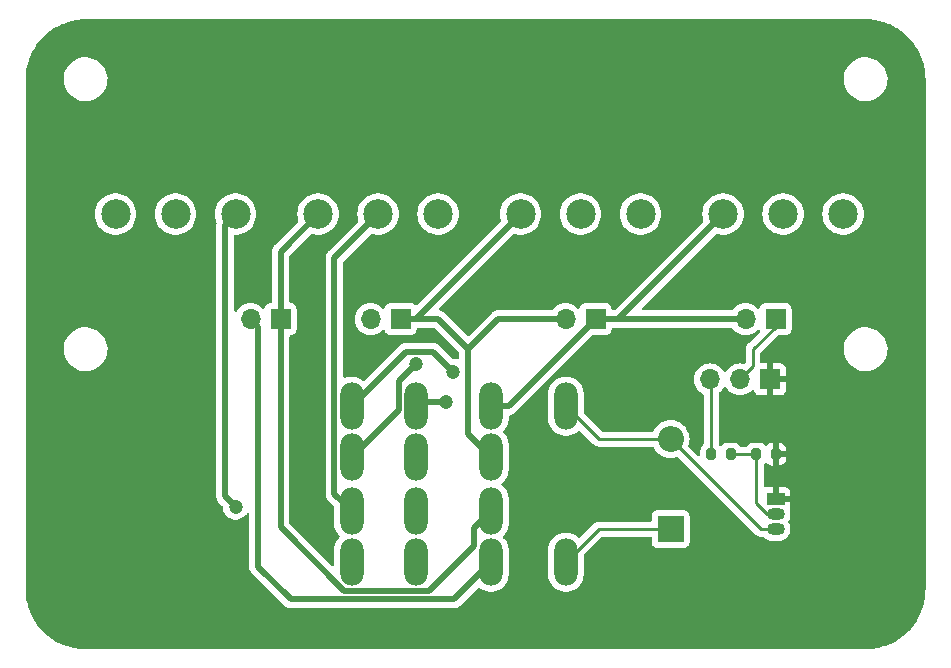
<source format=gbr>
%TF.GenerationSoftware,KiCad,Pcbnew,7.0.8-7.0.8~ubuntu22.04.1*%
%TF.CreationDate,2023-10-29T22:01:59-04:00*%
%TF.ProjectId,relay_board,72656c61-795f-4626-9f61-72642e6b6963,rev?*%
%TF.SameCoordinates,Original*%
%TF.FileFunction,Copper,L1,Top*%
%TF.FilePolarity,Positive*%
%FSLAX46Y46*%
G04 Gerber Fmt 4.6, Leading zero omitted, Abs format (unit mm)*
G04 Created by KiCad (PCBNEW 7.0.8-7.0.8~ubuntu22.04.1) date 2023-10-29 22:01:59*
%MOMM*%
%LPD*%
G01*
G04 APERTURE LIST*
G04 Aperture macros list*
%AMRoundRect*
0 Rectangle with rounded corners*
0 $1 Rounding radius*
0 $2 $3 $4 $5 $6 $7 $8 $9 X,Y pos of 4 corners*
0 Add a 4 corners polygon primitive as box body*
4,1,4,$2,$3,$4,$5,$6,$7,$8,$9,$2,$3,0*
0 Add four circle primitives for the rounded corners*
1,1,$1+$1,$2,$3*
1,1,$1+$1,$4,$5*
1,1,$1+$1,$6,$7*
1,1,$1+$1,$8,$9*
0 Add four rect primitives between the rounded corners*
20,1,$1+$1,$2,$3,$4,$5,0*
20,1,$1+$1,$4,$5,$6,$7,0*
20,1,$1+$1,$6,$7,$8,$9,0*
20,1,$1+$1,$8,$9,$2,$3,0*%
G04 Aperture macros list end*
%TA.AperFunction,ComponentPad*%
%ADD10R,1.700000X1.700000*%
%TD*%
%TA.AperFunction,ComponentPad*%
%ADD11O,1.700000X1.700000*%
%TD*%
%TA.AperFunction,SMDPad,CuDef*%
%ADD12RoundRect,0.200000X0.200000X0.275000X-0.200000X0.275000X-0.200000X-0.275000X0.200000X-0.275000X0*%
%TD*%
%TA.AperFunction,SMDPad,CuDef*%
%ADD13RoundRect,0.200000X-0.200000X-0.275000X0.200000X-0.275000X0.200000X0.275000X-0.200000X0.275000X0*%
%TD*%
%TA.AperFunction,ComponentPad*%
%ADD14O,2.000000X4.000000*%
%TD*%
%TA.AperFunction,ComponentPad*%
%ADD15R,1.500000X1.050000*%
%TD*%
%TA.AperFunction,ComponentPad*%
%ADD16O,1.500000X1.050000*%
%TD*%
%TA.AperFunction,ComponentPad*%
%ADD17C,2.500000*%
%TD*%
%TA.AperFunction,ComponentPad*%
%ADD18R,2.200000X2.200000*%
%TD*%
%TA.AperFunction,ComponentPad*%
%ADD19O,2.200000X2.200000*%
%TD*%
%TA.AperFunction,ViaPad*%
%ADD20C,1.200000*%
%TD*%
%TA.AperFunction,Conductor*%
%ADD21C,0.250000*%
%TD*%
%TA.AperFunction,Conductor*%
%ADD22C,0.500000*%
%TD*%
G04 APERTURE END LIST*
D10*
%TO.P,J105,1,Pin_1*%
%TO.N,VSS*%
X215900000Y-88900000D03*
D11*
%TO.P,J105,2,Pin_2*%
%TO.N,/COM_A*%
X213360000Y-88900000D03*
%TD*%
D10*
%TO.P,J104,1,Pin_1*%
%TO.N,/COM_C*%
X173990000Y-88900000D03*
D11*
%TO.P,J104,2,Pin_2*%
%TO.N,/COM_D*%
X171450000Y-88900000D03*
%TD*%
D10*
%TO.P,J103,1,Pin_1*%
%TO.N,/COM_B*%
X184150000Y-88900000D03*
D11*
%TO.P,J103,2,Pin_2*%
%TO.N,/COM_C*%
X181610000Y-88900000D03*
%TD*%
D10*
%TO.P,J102,1,Pin_1*%
%TO.N,/COM_A*%
X200660000Y-88900000D03*
D11*
%TO.P,J102,2,Pin_2*%
%TO.N,/COM_B*%
X198120000Y-88900000D03*
%TD*%
D12*
%TO.P,R103,1*%
%TO.N,GND*%
X215900000Y-100330000D03*
%TO.P,R103,2*%
%TO.N,Net-(Q101-G)*%
X214250000Y-100330000D03*
%TD*%
D13*
%TO.P,R102,1*%
%TO.N,/SIG*%
X210440000Y-100330000D03*
%TO.P,R102,2*%
%TO.N,Net-(Q101-G)*%
X212090000Y-100330000D03*
%TD*%
D14*
%TO.P,R101,1,NC*%
%TO.N,/NC_A*%
X180000000Y-96265000D03*
%TO.P,R101,2,NC*%
%TO.N,/NC_B*%
X180000000Y-100585000D03*
%TO.P,R101,3,NC*%
%TO.N,/NC_C*%
X180000000Y-105155000D03*
%TO.P,R101,4,NC*%
%TO.N,/NC_D*%
X180000000Y-109475000D03*
%TO.P,R101,5,NO*%
%TO.N,/NO_A*%
X185450000Y-96265000D03*
%TO.P,R101,6,NO*%
%TO.N,/NO_B*%
X185450000Y-100585000D03*
%TO.P,R101,7,NO*%
%TO.N,/NO_C*%
X185450000Y-105155000D03*
%TO.P,R101,8,NO*%
%TO.N,/NO_D*%
X185450000Y-109475000D03*
%TO.P,R101,9,COM*%
%TO.N,/COM_A*%
X191800000Y-96265000D03*
%TO.P,R101,10,COM*%
%TO.N,/COM_B*%
X191800000Y-100585000D03*
%TO.P,R101,11,COM*%
%TO.N,/COM_C*%
X191800000Y-105155000D03*
%TO.P,R101,12,COM*%
%TO.N,/COM_D*%
X191800000Y-109475000D03*
%TO.P,R101,13,-*%
%TO.N,Net-(D101-A)*%
X198150000Y-96265000D03*
%TO.P,R101,14,+*%
%TO.N,VSS*%
X198150000Y-109475000D03*
%TD*%
D15*
%TO.P,Q101,1,S*%
%TO.N,GND*%
X215900000Y-104140000D03*
D16*
%TO.P,Q101,2,G*%
%TO.N,Net-(Q101-G)*%
X215900000Y-105410000D03*
%TO.P,Q101,3,D*%
%TO.N,Net-(D101-A)*%
X215900000Y-106680000D03*
%TD*%
D17*
%TO.P,J109,1,Pin_1*%
%TO.N,/COM_D*%
X160020000Y-80010000D03*
%TO.P,J109,2,Pin_2*%
%TO.N,/NC_D*%
X165100000Y-80010000D03*
%TO.P,J109,3,Pin_3*%
%TO.N,/NO_D*%
X170180000Y-80010000D03*
%TD*%
%TO.P,J108,1,Pin_1*%
%TO.N,/COM_C*%
X177165000Y-80010000D03*
%TO.P,J108,2,Pin_2*%
%TO.N,/NC_C*%
X182245000Y-80010000D03*
%TO.P,J108,3,Pin_3*%
%TO.N,/NO_C*%
X187325000Y-80010000D03*
%TD*%
%TO.P,J107,1,Pin_1*%
%TO.N,/COM_B*%
X194310000Y-80010000D03*
%TO.P,J107,2,Pin_2*%
%TO.N,/NC_B*%
X199390000Y-80010000D03*
%TO.P,J107,3,Pin_3*%
%TO.N,/NO_B*%
X204470000Y-80010000D03*
%TD*%
%TO.P,J106,1,Pin_1*%
%TO.N,/COM_A*%
X211455000Y-80010000D03*
%TO.P,J106,2,Pin_2*%
%TO.N,/NC_A*%
X216535000Y-80010000D03*
%TO.P,J106,3,Pin_3*%
%TO.N,/NO_A*%
X221615000Y-80010000D03*
%TD*%
D10*
%TO.P,J101,1,Pin_1*%
%TO.N,GND*%
X215425000Y-94000000D03*
D11*
%TO.P,J101,2,Pin_2*%
%TO.N,VSS*%
X212885000Y-94000000D03*
%TO.P,J101,3,Pin_3*%
%TO.N,/SIG*%
X210345000Y-94000000D03*
%TD*%
D18*
%TO.P,D101,1,K*%
%TO.N,VSS*%
X207010000Y-106680000D03*
D19*
%TO.P,D101,2,A*%
%TO.N,Net-(D101-A)*%
X207010000Y-99060000D03*
%TD*%
D20*
%TO.N,/NO_A*%
X187960000Y-95885000D03*
%TO.N,/NC_B*%
X185420000Y-92710000D03*
%TO.N,/NC_A*%
X188595000Y-93345000D03*
%TO.N,/NO_D*%
X170180000Y-104775000D03*
%TD*%
D21*
%TO.N,/SIG*%
X210440000Y-100330000D02*
X210440000Y-94095000D01*
X210440000Y-94095000D02*
X210345000Y-94000000D01*
%TO.N,Net-(Q101-G)*%
X214250000Y-100330000D02*
X212090000Y-100330000D01*
X215900000Y-105410000D02*
X215153675Y-105410000D01*
X215153675Y-105410000D02*
X214250000Y-104506325D01*
X214250000Y-104506325D02*
X214250000Y-100330000D01*
%TO.N,Net-(D101-A)*%
X207010000Y-99060000D02*
X214630000Y-106680000D01*
X214630000Y-106680000D02*
X215900000Y-106680000D01*
X198150000Y-96265000D02*
X200945000Y-99060000D01*
X200945000Y-99060000D02*
X207010000Y-99060000D01*
%TO.N,VSS*%
X198150000Y-109475000D02*
X200945000Y-106680000D01*
X200945000Y-106680000D02*
X207010000Y-106680000D01*
D22*
%TO.N,/NO_A*%
X187960000Y-95885000D02*
X185830000Y-95885000D01*
X185830000Y-95885000D02*
X185450000Y-96265000D01*
X185705000Y-96520000D02*
X185450000Y-96265000D01*
%TO.N,/NC_A*%
X186910000Y-91660000D02*
X188595000Y-93345000D01*
X184605000Y-91660000D02*
X186910000Y-91660000D01*
X180000000Y-96265000D02*
X184605000Y-91660000D01*
%TO.N,/NC_B*%
X184000000Y-94130000D02*
X185420000Y-92710000D01*
%TO.N,/NO_B*%
X185450000Y-100585000D02*
X185800000Y-100585000D01*
%TO.N,/NC_B*%
X180000000Y-100585000D02*
X184000000Y-96585000D01*
X184000000Y-96585000D02*
X184000000Y-94130000D01*
D21*
%TO.N,VSS*%
X215900000Y-88900000D02*
X215900000Y-89535000D01*
X215900000Y-89535000D02*
X213995000Y-91440000D01*
X213995000Y-91440000D02*
X213995000Y-92890000D01*
X213995000Y-92890000D02*
X212885000Y-94000000D01*
D22*
%TO.N,/COM_A*%
X213360000Y-88900000D02*
X200660000Y-88900000D01*
X200660000Y-88900000D02*
X202565000Y-88900000D01*
X202565000Y-88900000D02*
X211455000Y-80010000D01*
X191800000Y-96265000D02*
X193295000Y-96265000D01*
X193295000Y-96265000D02*
X200660000Y-88900000D01*
%TO.N,/COM_B*%
X189865000Y-91440000D02*
X192405000Y-88900000D01*
X192405000Y-88900000D02*
X198120000Y-88900000D01*
X184150000Y-88900000D02*
X187325000Y-88900000D01*
X187325000Y-88900000D02*
X189865000Y-91440000D01*
X189865000Y-91440000D02*
X189865000Y-98650000D01*
X189865000Y-98650000D02*
X191800000Y-100585000D01*
X184150000Y-88900000D02*
X185420000Y-88900000D01*
X185420000Y-88900000D02*
X194310000Y-80010000D01*
%TO.N,/COM_C*%
X179398560Y-111923717D02*
X173990000Y-106515157D01*
%TO.N,/COM_D*%
X174853717Y-112623717D02*
X172085000Y-109855000D01*
X172085000Y-109855000D02*
X172085000Y-89535000D01*
%TO.N,/COM_C*%
X186526283Y-111923717D02*
X179398560Y-111923717D01*
X190350000Y-108100000D02*
X186526283Y-111923717D01*
X190350000Y-106605000D02*
X190350000Y-108100000D01*
X191800000Y-105155000D02*
X190350000Y-106605000D01*
X173990000Y-106515157D02*
X173990000Y-88900000D01*
%TO.N,/COM_D*%
X188651283Y-112623717D02*
X174853717Y-112623717D01*
X191800000Y-109475000D02*
X188651283Y-112623717D01*
X172085000Y-89535000D02*
X171450000Y-88900000D01*
%TO.N,/NO_D*%
X170180000Y-104775000D02*
X169299479Y-103894479D01*
X169299479Y-103894479D02*
X169299479Y-80890521D01*
X169299479Y-80890521D02*
X170180000Y-80010000D01*
%TO.N,/NC_C*%
X180000000Y-105155000D02*
X178550000Y-103705000D01*
X178550000Y-103705000D02*
X178550000Y-83705000D01*
X178550000Y-83705000D02*
X182245000Y-80010000D01*
%TO.N,/COM_C*%
X173990000Y-88900000D02*
X173990000Y-83185000D01*
X173990000Y-83185000D02*
X177165000Y-80010000D01*
%TD*%
%TA.AperFunction,Conductor*%
%TO.N,GND*%
G36*
X223737525Y-63509496D02*
G01*
X223942732Y-63518456D01*
X223947654Y-63518870D01*
X224165755Y-63546056D01*
X224370849Y-63573058D01*
X224375420Y-63573837D01*
X224590399Y-63618913D01*
X224792714Y-63663766D01*
X224796969Y-63664869D01*
X224915715Y-63700222D01*
X225007449Y-63727533D01*
X225060220Y-63744171D01*
X225205378Y-63789939D01*
X225209180Y-63791277D01*
X225413265Y-63870912D01*
X225413908Y-63871163D01*
X225605763Y-63950632D01*
X225609234Y-63952196D01*
X225806710Y-64048737D01*
X225806733Y-64048748D01*
X225991061Y-64144704D01*
X225994169Y-64146437D01*
X226116039Y-64219054D01*
X226183108Y-64259019D01*
X226358522Y-64370771D01*
X226361212Y-64372586D01*
X226540304Y-64500456D01*
X226705405Y-64627142D01*
X226707733Y-64629019D01*
X226875753Y-64771323D01*
X227030324Y-64912962D01*
X227187037Y-65069675D01*
X227328676Y-65224246D01*
X227470979Y-65392265D01*
X227472856Y-65394593D01*
X227599543Y-65559695D01*
X227727412Y-65738786D01*
X227729244Y-65741501D01*
X227840986Y-65916901D01*
X227953561Y-66105829D01*
X227955294Y-66108937D01*
X228051251Y-66293266D01*
X228147786Y-66490731D01*
X228149366Y-66494235D01*
X228228836Y-66686091D01*
X228260362Y-66766886D01*
X228308708Y-66890785D01*
X228310072Y-66894657D01*
X228372466Y-67092549D01*
X228435124Y-67303014D01*
X228436232Y-67307286D01*
X228481099Y-67509663D01*
X228526157Y-67724559D01*
X228526946Y-67729191D01*
X228553952Y-67934318D01*
X228581126Y-68152322D01*
X228581543Y-68157288D01*
X228590512Y-68362701D01*
X228599500Y-68580000D01*
X228599500Y-111760000D01*
X228590512Y-111977298D01*
X228581543Y-112182710D01*
X228581126Y-112187676D01*
X228553952Y-112405681D01*
X228526946Y-112610807D01*
X228526157Y-112615439D01*
X228481099Y-112830336D01*
X228436232Y-113032712D01*
X228435124Y-113036984D01*
X228372466Y-113247450D01*
X228310072Y-113445341D01*
X228308700Y-113449236D01*
X228228836Y-113653908D01*
X228149366Y-113845763D01*
X228147786Y-113849267D01*
X228051251Y-114046733D01*
X227955294Y-114231061D01*
X227953561Y-114234169D01*
X227840986Y-114423098D01*
X227729244Y-114598497D01*
X227727412Y-114601212D01*
X227599543Y-114780304D01*
X227472856Y-114945405D01*
X227470979Y-114947733D01*
X227328676Y-115115753D01*
X227187037Y-115270324D01*
X227030324Y-115427037D01*
X226875753Y-115568676D01*
X226707733Y-115710979D01*
X226705405Y-115712856D01*
X226540304Y-115839543D01*
X226361212Y-115967412D01*
X226358497Y-115969244D01*
X226183098Y-116080986D01*
X225994169Y-116193561D01*
X225991061Y-116195294D01*
X225806733Y-116291251D01*
X225609267Y-116387786D01*
X225605763Y-116389366D01*
X225413908Y-116468836D01*
X225209236Y-116548700D01*
X225205341Y-116550072D01*
X225007450Y-116612466D01*
X224796984Y-116675124D01*
X224792712Y-116676232D01*
X224590336Y-116721099D01*
X224375439Y-116766157D01*
X224370807Y-116766946D01*
X224165681Y-116793952D01*
X223947676Y-116821126D01*
X223942710Y-116821543D01*
X223737298Y-116830512D01*
X223520000Y-116839500D01*
X157480000Y-116839500D01*
X157262701Y-116830512D01*
X157057288Y-116821543D01*
X157052322Y-116821126D01*
X156834318Y-116793952D01*
X156629191Y-116766946D01*
X156624559Y-116766157D01*
X156409663Y-116721099D01*
X156207286Y-116676232D01*
X156203014Y-116675124D01*
X155992549Y-116612466D01*
X155794657Y-116550072D01*
X155790785Y-116548708D01*
X155658255Y-116496995D01*
X155586091Y-116468836D01*
X155394235Y-116389366D01*
X155390731Y-116387786D01*
X155193266Y-116291251D01*
X155008937Y-116195294D01*
X155005829Y-116193561D01*
X154816901Y-116080986D01*
X154641501Y-115969244D01*
X154638786Y-115967412D01*
X154459695Y-115839543D01*
X154294593Y-115712856D01*
X154292265Y-115710979D01*
X154124246Y-115568676D01*
X153969675Y-115427037D01*
X153812962Y-115270324D01*
X153671323Y-115115753D01*
X153529019Y-114947733D01*
X153527142Y-114945405D01*
X153400456Y-114780304D01*
X153272586Y-114601212D01*
X153270771Y-114598522D01*
X153159013Y-114423098D01*
X153119054Y-114356039D01*
X153046437Y-114234169D01*
X153044704Y-114231061D01*
X152948748Y-114046733D01*
X152852196Y-113849234D01*
X152850632Y-113845763D01*
X152771163Y-113653908D01*
X152753398Y-113608381D01*
X152691277Y-113449180D01*
X152689939Y-113445378D01*
X152632446Y-113263033D01*
X152627533Y-113247449D01*
X152597538Y-113146698D01*
X152564869Y-113036969D01*
X152563766Y-113032712D01*
X152518913Y-112830399D01*
X152473837Y-112615420D01*
X152473058Y-112610849D01*
X152446047Y-112405681D01*
X152418870Y-112187654D01*
X152418456Y-112182732D01*
X152409487Y-111977298D01*
X152400500Y-111760000D01*
X152400500Y-111759500D01*
X152400500Y-91507763D01*
X155625787Y-91507763D01*
X155655413Y-91777013D01*
X155655415Y-91777024D01*
X155723926Y-92039082D01*
X155723928Y-92039088D01*
X155829870Y-92288390D01*
X155870920Y-92355652D01*
X155970979Y-92519605D01*
X155970986Y-92519615D01*
X156144253Y-92727819D01*
X156144259Y-92727824D01*
X156253792Y-92825965D01*
X156345998Y-92908582D01*
X156571910Y-93058044D01*
X156817176Y-93173020D01*
X156817183Y-93173022D01*
X156817185Y-93173023D01*
X157076557Y-93251057D01*
X157076564Y-93251058D01*
X157076569Y-93251060D01*
X157344561Y-93290500D01*
X157344566Y-93290500D01*
X157547636Y-93290500D01*
X157599133Y-93286730D01*
X157750156Y-93275677D01*
X157862758Y-93250593D01*
X158014546Y-93216782D01*
X158014548Y-93216781D01*
X158014553Y-93216780D01*
X158267558Y-93120014D01*
X158503777Y-92987441D01*
X158718177Y-92821888D01*
X158906186Y-92626881D01*
X159063799Y-92406579D01*
X159143232Y-92252080D01*
X159187649Y-92165690D01*
X159187651Y-92165684D01*
X159187656Y-92165675D01*
X159275118Y-91909305D01*
X159324319Y-91642933D01*
X159334212Y-91372235D01*
X159304586Y-91102982D01*
X159236072Y-90840912D01*
X159130130Y-90591610D01*
X158989018Y-90360390D01*
X158987845Y-90358981D01*
X158815746Y-90152180D01*
X158815740Y-90152175D01*
X158614002Y-89971418D01*
X158388092Y-89821957D01*
X158376598Y-89816569D01*
X158142824Y-89706980D01*
X158142819Y-89706978D01*
X158142814Y-89706976D01*
X157883442Y-89628942D01*
X157883428Y-89628939D01*
X157767791Y-89611921D01*
X157615439Y-89589500D01*
X157412369Y-89589500D01*
X157412364Y-89589500D01*
X157209844Y-89604323D01*
X157209831Y-89604325D01*
X156945453Y-89663217D01*
X156945446Y-89663220D01*
X156692439Y-89759987D01*
X156456226Y-89892557D01*
X156241822Y-90058112D01*
X156053822Y-90253109D01*
X156053816Y-90253116D01*
X155896202Y-90473419D01*
X155896199Y-90473424D01*
X155772350Y-90714309D01*
X155772343Y-90714327D01*
X155684884Y-90970685D01*
X155684881Y-90970699D01*
X155635681Y-91237068D01*
X155635680Y-91237075D01*
X155625787Y-91507763D01*
X152400500Y-91507763D01*
X152400500Y-80010004D01*
X158264592Y-80010004D01*
X158284196Y-80271620D01*
X158284197Y-80271625D01*
X158342576Y-80527402D01*
X158342578Y-80527408D01*
X158342580Y-80527416D01*
X158438432Y-80771643D01*
X158569614Y-80998857D01*
X158701736Y-81164533D01*
X158733198Y-81203985D01*
X158914753Y-81372441D01*
X158925521Y-81382433D01*
X159142296Y-81530228D01*
X159142301Y-81530230D01*
X159142302Y-81530231D01*
X159142303Y-81530232D01*
X159267843Y-81590688D01*
X159378673Y-81644061D01*
X159378674Y-81644061D01*
X159378677Y-81644063D01*
X159629385Y-81721396D01*
X159888818Y-81760500D01*
X160151182Y-81760500D01*
X160410615Y-81721396D01*
X160661323Y-81644063D01*
X160897704Y-81530228D01*
X161114479Y-81382433D01*
X161306805Y-81203981D01*
X161470386Y-80998857D01*
X161601568Y-80771643D01*
X161697420Y-80527416D01*
X161755802Y-80271630D01*
X161775408Y-80010004D01*
X163344592Y-80010004D01*
X163364196Y-80271620D01*
X163364197Y-80271625D01*
X163422576Y-80527402D01*
X163422578Y-80527408D01*
X163422580Y-80527416D01*
X163518432Y-80771643D01*
X163649614Y-80998857D01*
X163781736Y-81164533D01*
X163813198Y-81203985D01*
X163994753Y-81372441D01*
X164005521Y-81382433D01*
X164222296Y-81530228D01*
X164222301Y-81530230D01*
X164222302Y-81530231D01*
X164222303Y-81530232D01*
X164347843Y-81590688D01*
X164458673Y-81644061D01*
X164458674Y-81644061D01*
X164458677Y-81644063D01*
X164709385Y-81721396D01*
X164968818Y-81760500D01*
X165231182Y-81760500D01*
X165490615Y-81721396D01*
X165741323Y-81644063D01*
X165977704Y-81530228D01*
X166194479Y-81382433D01*
X166386805Y-81203981D01*
X166550386Y-80998857D01*
X166681568Y-80771643D01*
X166777420Y-80527416D01*
X166835802Y-80271630D01*
X166855408Y-80010004D01*
X168424592Y-80010004D01*
X168444196Y-80271620D01*
X168444197Y-80271625D01*
X168502576Y-80527402D01*
X168502582Y-80527421D01*
X168558022Y-80668680D01*
X168564191Y-80738277D01*
X168563252Y-80742577D01*
X168548978Y-80802805D01*
X168548140Y-80809975D01*
X168548080Y-80809968D01*
X168547314Y-80817466D01*
X168547374Y-80817472D01*
X168546744Y-80824661D01*
X168548979Y-80901437D01*
X168548979Y-103830773D01*
X168547670Y-103848742D01*
X168544189Y-103872504D01*
X168548743Y-103924543D01*
X168548979Y-103929949D01*
X168548979Y-103938188D01*
X168552785Y-103970753D01*
X168559479Y-104047270D01*
X168560940Y-104054346D01*
X168560882Y-104054357D01*
X168562513Y-104061716D01*
X168562571Y-104061703D01*
X168564236Y-104068729D01*
X168590504Y-104140903D01*
X168614664Y-104213810D01*
X168617715Y-104220353D01*
X168617661Y-104220377D01*
X168620949Y-104227167D01*
X168621000Y-104227142D01*
X168624240Y-104233592D01*
X168624241Y-104233593D01*
X168624242Y-104233596D01*
X168630681Y-104243386D01*
X168666444Y-104297762D01*
X168706766Y-104363134D01*
X168711245Y-104368798D01*
X168711198Y-104368835D01*
X168715961Y-104374681D01*
X168716007Y-104374643D01*
X168720652Y-104380179D01*
X168776496Y-104432864D01*
X169038648Y-104695016D01*
X169072133Y-104756339D01*
X169074438Y-104771256D01*
X169093602Y-104978082D01*
X169149417Y-105174247D01*
X169149422Y-105174260D01*
X169240327Y-105356821D01*
X169363237Y-105519581D01*
X169513958Y-105656980D01*
X169513960Y-105656982D01*
X169613141Y-105718392D01*
X169687363Y-105764348D01*
X169877544Y-105838024D01*
X170078024Y-105875500D01*
X170078026Y-105875500D01*
X170281974Y-105875500D01*
X170281976Y-105875500D01*
X170482456Y-105838024D01*
X170672637Y-105764348D01*
X170846041Y-105656981D01*
X170982998Y-105532128D01*
X170996762Y-105519581D01*
X171032304Y-105472517D01*
X171111546Y-105367583D01*
X171167655Y-105325947D01*
X171237367Y-105321256D01*
X171298549Y-105354998D01*
X171331776Y-105416461D01*
X171334500Y-105442310D01*
X171334500Y-109791294D01*
X171333191Y-109809263D01*
X171329710Y-109833025D01*
X171334264Y-109885064D01*
X171334500Y-109890470D01*
X171334500Y-109898709D01*
X171336302Y-109914132D01*
X171338306Y-109931274D01*
X171345000Y-110007791D01*
X171346461Y-110014867D01*
X171346403Y-110014878D01*
X171348034Y-110022237D01*
X171348092Y-110022224D01*
X171349757Y-110029250D01*
X171376025Y-110101424D01*
X171400185Y-110174331D01*
X171403236Y-110180874D01*
X171403182Y-110180898D01*
X171406470Y-110187688D01*
X171406521Y-110187663D01*
X171409761Y-110194113D01*
X171409762Y-110194114D01*
X171409763Y-110194117D01*
X171422235Y-110213080D01*
X171451965Y-110258283D01*
X171492287Y-110323655D01*
X171496766Y-110329319D01*
X171496719Y-110329356D01*
X171501482Y-110335202D01*
X171501528Y-110335164D01*
X171506173Y-110340700D01*
X171562018Y-110393386D01*
X174277984Y-113109351D01*
X174289765Y-113122983D01*
X174304107Y-113142247D01*
X174344137Y-113175836D01*
X174348109Y-113179476D01*
X174353940Y-113185307D01*
X174353939Y-113185307D01*
X174375744Y-113202547D01*
X174379661Y-113205644D01*
X174438503Y-113255019D01*
X174438511Y-113255023D01*
X174444541Y-113258990D01*
X174444507Y-113259040D01*
X174450854Y-113263083D01*
X174450886Y-113263033D01*
X174457035Y-113266825D01*
X174457037Y-113266826D01*
X174457040Y-113266828D01*
X174526647Y-113299286D01*
X174595284Y-113333757D01*
X174595293Y-113333759D01*
X174602072Y-113336227D01*
X174602051Y-113336284D01*
X174609168Y-113338757D01*
X174609187Y-113338701D01*
X174616047Y-113340974D01*
X174691249Y-113356501D01*
X174765996Y-113374217D01*
X174766005Y-113374217D01*
X174773169Y-113375055D01*
X174773162Y-113375114D01*
X174780663Y-113375880D01*
X174780669Y-113375821D01*
X174787857Y-113376450D01*
X174787860Y-113376449D01*
X174787861Y-113376450D01*
X174864615Y-113374217D01*
X188587578Y-113374217D01*
X188605548Y-113375526D01*
X188629306Y-113379006D01*
X188681351Y-113374452D01*
X188686753Y-113374217D01*
X188694987Y-113374217D01*
X188694992Y-113374217D01*
X188706610Y-113372858D01*
X188727559Y-113370410D01*
X188740311Y-113369294D01*
X188804080Y-113363716D01*
X188804088Y-113363713D01*
X188811149Y-113362256D01*
X188811161Y-113362315D01*
X188818526Y-113360682D01*
X188818512Y-113360623D01*
X188825529Y-113358958D01*
X188825538Y-113358958D01*
X188897706Y-113332691D01*
X188970617Y-113308531D01*
X188970626Y-113308524D01*
X188977165Y-113305477D01*
X188977191Y-113305533D01*
X188983973Y-113302249D01*
X188983946Y-113302195D01*
X188990389Y-113298957D01*
X188990400Y-113298954D01*
X189054566Y-113256751D01*
X189119939Y-113216429D01*
X189119945Y-113216422D01*
X189125608Y-113211946D01*
X189125645Y-113211994D01*
X189131487Y-113207235D01*
X189131447Y-113207188D01*
X189136969Y-113202553D01*
X189136979Y-113202547D01*
X189162187Y-113175828D01*
X189189669Y-113146699D01*
X190156905Y-112179462D01*
X190687854Y-111648512D01*
X190749175Y-111615029D01*
X190818866Y-111620013D01*
X190851693Y-111638340D01*
X190976491Y-111735474D01*
X191195190Y-111853828D01*
X191430386Y-111934571D01*
X191675665Y-111975500D01*
X191924335Y-111975500D01*
X192169614Y-111934571D01*
X192404810Y-111853828D01*
X192623509Y-111735474D01*
X192819744Y-111582738D01*
X192988164Y-111399785D01*
X193124173Y-111191607D01*
X193224063Y-110963881D01*
X193285108Y-110722821D01*
X193300500Y-110537067D01*
X193300500Y-110537065D01*
X196649500Y-110537065D01*
X196664890Y-110722813D01*
X196664892Y-110722824D01*
X196725936Y-110963881D01*
X196825826Y-111191606D01*
X196961833Y-111399782D01*
X196961836Y-111399785D01*
X197130256Y-111582738D01*
X197326491Y-111735474D01*
X197545190Y-111853828D01*
X197780386Y-111934571D01*
X198025665Y-111975500D01*
X198274335Y-111975500D01*
X198519614Y-111934571D01*
X198754810Y-111853828D01*
X198973509Y-111735474D01*
X199169744Y-111582738D01*
X199338164Y-111399785D01*
X199474173Y-111191607D01*
X199574063Y-110963881D01*
X199635108Y-110722821D01*
X199650500Y-110537067D01*
X199650500Y-108910452D01*
X199670185Y-108843413D01*
X199686819Y-108822771D01*
X201167772Y-107341819D01*
X201229095Y-107308334D01*
X201255453Y-107305500D01*
X205285501Y-107305500D01*
X205352540Y-107325185D01*
X205398295Y-107377989D01*
X205409501Y-107429500D01*
X205409501Y-107827876D01*
X205415908Y-107887483D01*
X205466202Y-108022328D01*
X205466206Y-108022335D01*
X205552452Y-108137544D01*
X205552455Y-108137547D01*
X205667664Y-108223793D01*
X205667671Y-108223797D01*
X205802517Y-108274091D01*
X205802516Y-108274091D01*
X205809444Y-108274835D01*
X205862127Y-108280500D01*
X208157872Y-108280499D01*
X208217483Y-108274091D01*
X208352331Y-108223796D01*
X208467546Y-108137546D01*
X208553796Y-108022331D01*
X208604091Y-107887483D01*
X208610500Y-107827873D01*
X208610499Y-105532128D01*
X208604091Y-105472517D01*
X208583183Y-105416461D01*
X208553797Y-105337671D01*
X208553793Y-105337664D01*
X208467547Y-105222455D01*
X208467544Y-105222452D01*
X208352335Y-105136206D01*
X208352328Y-105136202D01*
X208217482Y-105085908D01*
X208217483Y-105085908D01*
X208157883Y-105079501D01*
X208157881Y-105079500D01*
X208157873Y-105079500D01*
X208157864Y-105079500D01*
X205862129Y-105079500D01*
X205862123Y-105079501D01*
X205802516Y-105085908D01*
X205667671Y-105136202D01*
X205667664Y-105136206D01*
X205552455Y-105222452D01*
X205552452Y-105222455D01*
X205466206Y-105337664D01*
X205466202Y-105337671D01*
X205415908Y-105472517D01*
X205410849Y-105519579D01*
X205409501Y-105532123D01*
X205409500Y-105532135D01*
X205409500Y-105930500D01*
X205389815Y-105997539D01*
X205337011Y-106043294D01*
X205285500Y-106054500D01*
X201027743Y-106054500D01*
X201012122Y-106052775D01*
X201012096Y-106053061D01*
X201004334Y-106052327D01*
X201004333Y-106052327D01*
X200935186Y-106054500D01*
X200905649Y-106054500D01*
X200898766Y-106055369D01*
X200892949Y-106055826D01*
X200846373Y-106057290D01*
X200827129Y-106062881D01*
X200808079Y-106066825D01*
X200788211Y-106069334D01*
X200744884Y-106086488D01*
X200739358Y-106088379D01*
X200694614Y-106101379D01*
X200694610Y-106101381D01*
X200677366Y-106111579D01*
X200659905Y-106120133D01*
X200641274Y-106127510D01*
X200641262Y-106127517D01*
X200603570Y-106154902D01*
X200598687Y-106158109D01*
X200558580Y-106181829D01*
X200544414Y-106195995D01*
X200529624Y-106208627D01*
X200513414Y-106220404D01*
X200513411Y-106220407D01*
X200483710Y-106256309D01*
X200479777Y-106260631D01*
X199358621Y-107381787D01*
X199297298Y-107415272D01*
X199227606Y-107410288D01*
X199179711Y-107378089D01*
X199169744Y-107367262D01*
X199169743Y-107367261D01*
X199169742Y-107367260D01*
X199035452Y-107262738D01*
X198973509Y-107214526D01*
X198973507Y-107214525D01*
X198973506Y-107214524D01*
X198754811Y-107096172D01*
X198754802Y-107096169D01*
X198519616Y-107015429D01*
X198274335Y-106974500D01*
X198025665Y-106974500D01*
X197780383Y-107015429D01*
X197545197Y-107096169D01*
X197545188Y-107096172D01*
X197326493Y-107214524D01*
X197130257Y-107367261D01*
X196961833Y-107550217D01*
X196825826Y-107758393D01*
X196725936Y-107986118D01*
X196664892Y-108227175D01*
X196664890Y-108227186D01*
X196649500Y-108412935D01*
X196649500Y-110537065D01*
X193300500Y-110537065D01*
X193300500Y-108412933D01*
X193296145Y-108360376D01*
X193285109Y-108227186D01*
X193285107Y-108227175D01*
X193224063Y-107986118D01*
X193124173Y-107758393D01*
X192988166Y-107550217D01*
X192917239Y-107473170D01*
X192848942Y-107398980D01*
X192818022Y-107336329D01*
X192825882Y-107266903D01*
X192848941Y-107231021D01*
X192988164Y-107079785D01*
X193124173Y-106871607D01*
X193224063Y-106643881D01*
X193285108Y-106402821D01*
X193288618Y-106360469D01*
X193300500Y-106217065D01*
X193300500Y-104092935D01*
X193297303Y-104054357D01*
X193294816Y-104024334D01*
X193285109Y-103907186D01*
X193285107Y-103907175D01*
X193224063Y-103666118D01*
X193124173Y-103438393D01*
X192988166Y-103230217D01*
X192934250Y-103171649D01*
X192819744Y-103047262D01*
X192819739Y-103047258D01*
X192819737Y-103047256D01*
X192717720Y-102967853D01*
X192676907Y-102911143D01*
X192673232Y-102841370D01*
X192707864Y-102780687D01*
X192717720Y-102772147D01*
X192768575Y-102732564D01*
X192819744Y-102692738D01*
X192988164Y-102509785D01*
X193124173Y-102301607D01*
X193224063Y-102073881D01*
X193285108Y-101832821D01*
X193300500Y-101647067D01*
X193300500Y-99522933D01*
X193286585Y-99354999D01*
X193285109Y-99337186D01*
X193285107Y-99337175D01*
X193224063Y-99096118D01*
X193124173Y-98868393D01*
X192988166Y-98660217D01*
X192958529Y-98628023D01*
X192848942Y-98508980D01*
X192818022Y-98446329D01*
X192825882Y-98376903D01*
X192848941Y-98341021D01*
X192988164Y-98189785D01*
X193124173Y-97981607D01*
X193224063Y-97753881D01*
X193285108Y-97512821D01*
X193289937Y-97454551D01*
X193300500Y-97327065D01*
X193300500Y-97131510D01*
X193320185Y-97064471D01*
X193372989Y-97018716D01*
X193413695Y-97007982D01*
X193447797Y-97004999D01*
X193447805Y-97004996D01*
X193454866Y-97003539D01*
X193454878Y-97003598D01*
X193462243Y-97001965D01*
X193462229Y-97001906D01*
X193469246Y-97000241D01*
X193469255Y-97000241D01*
X193541423Y-96973974D01*
X193614334Y-96949814D01*
X193614343Y-96949807D01*
X193620882Y-96946760D01*
X193620908Y-96946816D01*
X193627690Y-96943532D01*
X193627663Y-96943478D01*
X193634106Y-96940240D01*
X193634117Y-96940237D01*
X193698283Y-96898034D01*
X193763656Y-96857712D01*
X193763662Y-96857705D01*
X193769325Y-96853229D01*
X193769363Y-96853277D01*
X193775200Y-96848522D01*
X193775161Y-96848475D01*
X193780696Y-96843830D01*
X193833385Y-96787982D01*
X200334549Y-90286818D01*
X200395872Y-90253333D01*
X200422230Y-90250499D01*
X201557871Y-90250499D01*
X201557872Y-90250499D01*
X201617483Y-90244091D01*
X201752331Y-90193796D01*
X201867546Y-90107546D01*
X201953796Y-89992331D01*
X202004091Y-89857483D01*
X202010500Y-89797873D01*
X202010500Y-89774500D01*
X202030185Y-89707461D01*
X202082989Y-89661706D01*
X202134500Y-89650500D01*
X202501295Y-89650500D01*
X202519265Y-89651809D01*
X202543023Y-89655289D01*
X202595068Y-89650735D01*
X202600470Y-89650500D01*
X202608709Y-89650500D01*
X212172299Y-89650500D01*
X212239338Y-89670185D01*
X212273873Y-89703376D01*
X212313512Y-89759986D01*
X212321505Y-89771401D01*
X212488599Y-89938495D01*
X212585384Y-90006265D01*
X212682165Y-90074032D01*
X212682167Y-90074033D01*
X212682170Y-90074035D01*
X212896337Y-90173903D01*
X213124592Y-90235063D01*
X213301034Y-90250500D01*
X213359999Y-90255659D01*
X213360000Y-90255659D01*
X213360001Y-90255659D01*
X213418966Y-90250500D01*
X213595408Y-90235063D01*
X213823663Y-90173903D01*
X214037830Y-90074035D01*
X214231401Y-89938495D01*
X214353329Y-89816566D01*
X214414648Y-89783084D01*
X214484340Y-89788068D01*
X214540274Y-89829939D01*
X214557187Y-89860913D01*
X214565280Y-89882609D01*
X214570267Y-89952300D01*
X214536784Y-90013624D01*
X214536781Y-90013627D01*
X213611208Y-90939199D01*
X213598951Y-90949020D01*
X213599134Y-90949241D01*
X213593123Y-90954213D01*
X213545772Y-91004636D01*
X213524889Y-91025519D01*
X213524877Y-91025532D01*
X213520621Y-91031017D01*
X213516837Y-91035447D01*
X213484937Y-91069418D01*
X213484936Y-91069420D01*
X213475284Y-91086976D01*
X213464610Y-91103226D01*
X213452329Y-91119061D01*
X213452324Y-91119068D01*
X213433815Y-91161838D01*
X213431245Y-91167084D01*
X213408803Y-91207906D01*
X213403822Y-91227307D01*
X213397521Y-91245710D01*
X213389562Y-91264102D01*
X213389561Y-91264105D01*
X213382271Y-91310127D01*
X213381087Y-91315846D01*
X213369501Y-91360972D01*
X213369500Y-91360982D01*
X213369500Y-91381016D01*
X213367973Y-91400415D01*
X213364840Y-91420194D01*
X213364840Y-91420195D01*
X213369225Y-91466583D01*
X213369500Y-91472421D01*
X213369500Y-92570080D01*
X213349815Y-92637119D01*
X213297011Y-92682874D01*
X213227853Y-92692818D01*
X213213408Y-92689855D01*
X213120416Y-92664939D01*
X213120412Y-92664938D01*
X213120408Y-92664937D01*
X213120406Y-92664936D01*
X213120403Y-92664936D01*
X212885001Y-92644341D01*
X212884999Y-92644341D01*
X212649596Y-92664936D01*
X212649586Y-92664938D01*
X212421344Y-92726094D01*
X212421337Y-92726096D01*
X212421337Y-92726097D01*
X212407816Y-92732401D01*
X212207171Y-92825964D01*
X212207169Y-92825965D01*
X212013597Y-92961505D01*
X211846505Y-93128597D01*
X211716575Y-93314158D01*
X211661998Y-93357783D01*
X211592500Y-93364977D01*
X211530145Y-93333454D01*
X211513425Y-93314158D01*
X211383494Y-93128597D01*
X211216402Y-92961506D01*
X211216395Y-92961501D01*
X211022834Y-92825967D01*
X211022830Y-92825965D01*
X210951727Y-92792809D01*
X210808663Y-92726097D01*
X210808659Y-92726096D01*
X210808655Y-92726094D01*
X210580413Y-92664938D01*
X210580403Y-92664936D01*
X210345001Y-92644341D01*
X210344999Y-92644341D01*
X210109596Y-92664936D01*
X210109586Y-92664938D01*
X209881344Y-92726094D01*
X209881337Y-92726096D01*
X209881337Y-92726097D01*
X209867816Y-92732401D01*
X209667171Y-92825964D01*
X209667169Y-92825965D01*
X209473597Y-92961505D01*
X209306505Y-93128597D01*
X209170965Y-93322169D01*
X209170964Y-93322171D01*
X209071098Y-93536335D01*
X209071094Y-93536344D01*
X209009938Y-93764586D01*
X209009936Y-93764596D01*
X208989341Y-93999999D01*
X208989341Y-94000000D01*
X209009936Y-94235403D01*
X209009938Y-94235413D01*
X209071094Y-94463655D01*
X209071096Y-94463659D01*
X209071097Y-94463663D01*
X209151004Y-94635023D01*
X209170965Y-94677830D01*
X209170967Y-94677834D01*
X209245656Y-94784500D01*
X209306505Y-94871401D01*
X209473599Y-95038495D01*
X209550135Y-95092086D01*
X209667165Y-95174032D01*
X209667167Y-95174033D01*
X209667170Y-95174035D01*
X209742904Y-95209350D01*
X209795344Y-95255522D01*
X209814500Y-95321732D01*
X209814500Y-99438480D01*
X209794815Y-99505519D01*
X209778181Y-99526161D01*
X209684531Y-99619810D01*
X209684530Y-99619811D01*
X209596522Y-99765393D01*
X209545913Y-99927807D01*
X209539500Y-99998386D01*
X209539500Y-100405547D01*
X209519815Y-100472586D01*
X209467011Y-100518341D01*
X209397853Y-100528285D01*
X209334297Y-100499260D01*
X209327819Y-100493228D01*
X208552647Y-99718056D01*
X208519162Y-99656733D01*
X208524146Y-99587041D01*
X208525767Y-99582922D01*
X208531095Y-99570059D01*
X208536873Y-99556111D01*
X208595683Y-99311148D01*
X208615449Y-99060000D01*
X208595683Y-98808852D01*
X208536873Y-98563889D01*
X208440466Y-98331140D01*
X208308839Y-98116346D01*
X208308838Y-98116343D01*
X208193761Y-97981606D01*
X208145224Y-97924776D01*
X207959641Y-97766273D01*
X207953656Y-97761161D01*
X207953653Y-97761160D01*
X207738859Y-97629533D01*
X207506110Y-97533126D01*
X207261151Y-97474317D01*
X207010000Y-97454551D01*
X206758848Y-97474317D01*
X206513889Y-97533126D01*
X206281140Y-97629533D01*
X206066346Y-97761160D01*
X206066343Y-97761161D01*
X205874776Y-97924776D01*
X205711161Y-98116343D01*
X205711160Y-98116346D01*
X205579533Y-98331141D01*
X205579532Y-98331143D01*
X205568428Y-98357952D01*
X205524588Y-98412356D01*
X205458294Y-98434421D01*
X205453867Y-98434500D01*
X201255452Y-98434500D01*
X201188413Y-98414815D01*
X201167771Y-98398181D01*
X199686819Y-96917228D01*
X199653334Y-96855905D01*
X199650500Y-96829547D01*
X199650500Y-95202935D01*
X199650132Y-95198499D01*
X199645320Y-95140419D01*
X199635109Y-95017186D01*
X199635107Y-95017175D01*
X199574063Y-94776118D01*
X199474173Y-94548393D01*
X199338166Y-94340217D01*
X199255115Y-94250000D01*
X199169744Y-94157262D01*
X198973509Y-94004526D01*
X198973507Y-94004525D01*
X198973506Y-94004524D01*
X198754811Y-93886172D01*
X198754802Y-93886169D01*
X198519616Y-93805429D01*
X198274335Y-93764500D01*
X198025665Y-93764500D01*
X197780383Y-93805429D01*
X197545197Y-93886169D01*
X197545188Y-93886172D01*
X197326493Y-94004524D01*
X197130257Y-94157261D01*
X196961833Y-94340217D01*
X196825826Y-94548393D01*
X196725936Y-94776118D01*
X196664892Y-95017175D01*
X196664890Y-95017186D01*
X196651894Y-95174036D01*
X196649868Y-95198499D01*
X196649500Y-95202935D01*
X196649500Y-97327065D01*
X196664890Y-97512813D01*
X196664892Y-97512824D01*
X196725936Y-97753881D01*
X196825826Y-97981606D01*
X196961833Y-98189782D01*
X196961836Y-98189785D01*
X197130256Y-98372738D01*
X197326491Y-98525474D01*
X197545190Y-98643828D01*
X197780386Y-98724571D01*
X198025665Y-98765500D01*
X198274335Y-98765500D01*
X198519614Y-98724571D01*
X198754810Y-98643828D01*
X198973509Y-98525474D01*
X199169744Y-98372738D01*
X199179708Y-98361913D01*
X199239593Y-98325921D01*
X199309431Y-98328018D01*
X199358621Y-98358211D01*
X199969740Y-98969331D01*
X200444197Y-99443788D01*
X200454022Y-99456051D01*
X200454243Y-99455869D01*
X200459214Y-99461878D01*
X200485217Y-99486295D01*
X200509635Y-99509226D01*
X200530529Y-99530120D01*
X200536011Y-99534373D01*
X200540443Y-99538157D01*
X200574418Y-99570062D01*
X200591976Y-99579714D01*
X200608233Y-99590393D01*
X200624064Y-99602673D01*
X200643737Y-99611186D01*
X200666833Y-99621182D01*
X200672077Y-99623750D01*
X200712908Y-99646197D01*
X200725523Y-99649435D01*
X200732305Y-99651177D01*
X200750719Y-99657481D01*
X200769104Y-99665438D01*
X200815157Y-99672732D01*
X200820826Y-99673906D01*
X200865981Y-99685500D01*
X200886016Y-99685500D01*
X200905413Y-99687026D01*
X200925196Y-99690160D01*
X200971584Y-99685775D01*
X200977422Y-99685500D01*
X205453867Y-99685500D01*
X205520906Y-99705185D01*
X205566661Y-99757989D01*
X205568428Y-99762048D01*
X205579532Y-99788856D01*
X205579533Y-99788858D01*
X205711160Y-100003653D01*
X205711161Y-100003656D01*
X205711164Y-100003659D01*
X205874776Y-100195224D01*
X206023066Y-100321875D01*
X206066343Y-100358838D01*
X206066346Y-100358839D01*
X206281140Y-100490466D01*
X206469042Y-100568297D01*
X206513889Y-100586873D01*
X206758852Y-100645683D01*
X207010000Y-100665449D01*
X207261148Y-100645683D01*
X207506111Y-100586873D01*
X207532924Y-100575766D01*
X207602388Y-100568297D01*
X207664868Y-100599569D01*
X207668055Y-100602645D01*
X210905216Y-103839807D01*
X214129197Y-107063788D01*
X214139022Y-107076051D01*
X214139243Y-107075869D01*
X214144214Y-107081878D01*
X214159433Y-107096169D01*
X214194635Y-107129226D01*
X214215529Y-107150120D01*
X214221011Y-107154373D01*
X214225443Y-107158157D01*
X214259418Y-107190062D01*
X214276976Y-107199714D01*
X214293235Y-107210395D01*
X214309064Y-107222673D01*
X214351838Y-107241182D01*
X214357056Y-107243738D01*
X214397908Y-107266197D01*
X214417316Y-107271180D01*
X214435717Y-107277480D01*
X214454104Y-107285437D01*
X214497488Y-107292308D01*
X214500119Y-107292725D01*
X214505839Y-107293909D01*
X214550981Y-107305500D01*
X214571016Y-107305500D01*
X214590414Y-107307026D01*
X214610194Y-107310159D01*
X214610195Y-107310160D01*
X214610195Y-107310159D01*
X214610196Y-107310160D01*
X214656584Y-107305775D01*
X214662422Y-107305500D01*
X214803055Y-107305500D01*
X214870094Y-107325185D01*
X214898909Y-107350836D01*
X214946353Y-107408647D01*
X215102506Y-107536798D01*
X215102509Y-107536799D01*
X215102511Y-107536801D01*
X215280654Y-107632021D01*
X215280656Y-107632021D01*
X215280659Y-107632023D01*
X215473967Y-107690662D01*
X215624620Y-107705500D01*
X215624623Y-107705500D01*
X216175377Y-107705500D01*
X216175380Y-107705500D01*
X216326033Y-107690662D01*
X216519341Y-107632023D01*
X216697494Y-107536798D01*
X216853647Y-107408647D01*
X216981798Y-107252494D01*
X217065356Y-107096169D01*
X217077021Y-107074345D01*
X217077021Y-107074344D01*
X217077023Y-107074341D01*
X217135662Y-106881033D01*
X217155462Y-106680000D01*
X217135662Y-106478967D01*
X217077023Y-106285659D01*
X216981798Y-106107506D01*
X216981794Y-106107502D01*
X216979631Y-106103454D01*
X216965389Y-106035051D01*
X216979631Y-105986546D01*
X216981794Y-105982498D01*
X216981798Y-105982494D01*
X217077023Y-105804341D01*
X217135662Y-105611033D01*
X217155462Y-105410000D01*
X217135662Y-105208967D01*
X217077023Y-105015659D01*
X217077020Y-105015653D01*
X217076513Y-105013982D01*
X217075890Y-104944115D01*
X217090098Y-104915420D01*
X217089101Y-104914876D01*
X217093350Y-104907093D01*
X217143597Y-104772376D01*
X217143598Y-104772372D01*
X217149999Y-104712844D01*
X217150000Y-104712827D01*
X217150000Y-104390000D01*
X216234271Y-104390000D01*
X216228191Y-104389701D01*
X216192223Y-104386158D01*
X216183854Y-104385334D01*
X216218278Y-104347941D01*
X216268551Y-104233330D01*
X216278886Y-104108605D01*
X216248163Y-103987281D01*
X216184606Y-103890000D01*
X217150000Y-103890000D01*
X217150000Y-103567172D01*
X217149999Y-103567155D01*
X217143598Y-103507627D01*
X217143596Y-103507620D01*
X217093354Y-103372913D01*
X217093350Y-103372906D01*
X217007190Y-103257812D01*
X217007187Y-103257809D01*
X216892093Y-103171649D01*
X216892086Y-103171645D01*
X216757379Y-103121403D01*
X216757372Y-103121401D01*
X216697844Y-103115000D01*
X216150000Y-103115000D01*
X216150000Y-103859382D01*
X216080948Y-103805637D01*
X215962576Y-103765000D01*
X215868927Y-103765000D01*
X215776554Y-103780414D01*
X215666486Y-103839981D01*
X215650000Y-103857889D01*
X215650000Y-103115000D01*
X215102155Y-103115000D01*
X215042627Y-103121401D01*
X215035070Y-103123187D01*
X215034766Y-103121902D01*
X214973129Y-103126304D01*
X214911809Y-103092813D01*
X214878331Y-103031486D01*
X214875500Y-103005141D01*
X214875500Y-101221519D01*
X214895185Y-101154480D01*
X214911813Y-101133843D01*
X214987675Y-101057981D01*
X215048994Y-101024499D01*
X215118686Y-101029483D01*
X215163034Y-101057984D01*
X215265122Y-101160072D01*
X215410604Y-101248019D01*
X215410603Y-101248019D01*
X215572894Y-101298590D01*
X215572893Y-101298590D01*
X215643408Y-101304998D01*
X215643426Y-101304999D01*
X215649999Y-101304998D01*
X215650000Y-101304998D01*
X215650000Y-100580000D01*
X216150000Y-100580000D01*
X216150000Y-101304999D01*
X216156581Y-101304999D01*
X216227102Y-101298591D01*
X216227107Y-101298590D01*
X216389396Y-101248018D01*
X216534877Y-101160072D01*
X216655072Y-101039877D01*
X216743019Y-100894395D01*
X216793590Y-100732106D01*
X216800000Y-100661572D01*
X216800000Y-100580000D01*
X216150000Y-100580000D01*
X215650000Y-100580000D01*
X215650000Y-99355000D01*
X216150000Y-99355000D01*
X216150000Y-100080000D01*
X216799999Y-100080000D01*
X216799999Y-99998417D01*
X216793591Y-99927897D01*
X216793590Y-99927892D01*
X216743018Y-99765603D01*
X216655072Y-99620122D01*
X216534877Y-99499927D01*
X216389395Y-99411980D01*
X216389396Y-99411980D01*
X216227105Y-99361409D01*
X216227106Y-99361409D01*
X216156572Y-99355000D01*
X216150000Y-99355000D01*
X215650000Y-99355000D01*
X215649999Y-99354999D01*
X215643436Y-99355000D01*
X215643417Y-99355001D01*
X215572897Y-99361408D01*
X215572892Y-99361409D01*
X215410603Y-99411981D01*
X215265122Y-99499927D01*
X215265121Y-99499928D01*
X215163035Y-99602015D01*
X215101712Y-99635500D01*
X215032020Y-99630516D01*
X214987673Y-99602015D01*
X214885188Y-99499530D01*
X214875499Y-99493673D01*
X214739606Y-99411522D01*
X214577196Y-99360914D01*
X214577194Y-99360913D01*
X214577192Y-99360913D01*
X214527778Y-99356423D01*
X214506616Y-99354500D01*
X213993384Y-99354500D01*
X213974145Y-99356248D01*
X213922807Y-99360913D01*
X213760393Y-99411522D01*
X213614811Y-99499530D01*
X213494531Y-99619810D01*
X213494528Y-99619814D01*
X213479514Y-99644651D01*
X213427986Y-99691838D01*
X213373398Y-99704500D01*
X212966602Y-99704500D01*
X212899563Y-99684815D01*
X212860486Y-99644651D01*
X212846298Y-99621182D01*
X212845472Y-99619815D01*
X212845471Y-99619814D01*
X212845468Y-99619810D01*
X212725188Y-99499530D01*
X212715499Y-99493673D01*
X212579606Y-99411522D01*
X212417196Y-99360914D01*
X212417194Y-99360913D01*
X212417192Y-99360913D01*
X212367778Y-99356423D01*
X212346616Y-99354500D01*
X211833384Y-99354500D01*
X211814145Y-99356248D01*
X211762807Y-99360913D01*
X211600393Y-99411522D01*
X211454811Y-99499530D01*
X211454810Y-99499531D01*
X211352681Y-99601661D01*
X211291358Y-99635146D01*
X211221666Y-99630162D01*
X211177319Y-99601661D01*
X211101819Y-99526161D01*
X211068334Y-99464838D01*
X211065500Y-99438480D01*
X211065500Y-95208707D01*
X211085185Y-95141668D01*
X211118377Y-95107132D01*
X211139865Y-95092086D01*
X211216401Y-95038495D01*
X211383495Y-94871401D01*
X211513425Y-94685842D01*
X211568002Y-94642217D01*
X211637500Y-94635023D01*
X211699855Y-94666546D01*
X211716575Y-94685842D01*
X211846500Y-94871395D01*
X211846505Y-94871401D01*
X212013599Y-95038495D01*
X212090135Y-95092086D01*
X212207165Y-95174032D01*
X212207167Y-95174033D01*
X212207170Y-95174035D01*
X212421337Y-95273903D01*
X212649592Y-95335063D01*
X212820319Y-95350000D01*
X212884999Y-95355659D01*
X212885000Y-95355659D01*
X212885001Y-95355659D01*
X212949681Y-95350000D01*
X213120408Y-95335063D01*
X213348663Y-95273903D01*
X213562830Y-95174035D01*
X213756401Y-95038495D01*
X213878717Y-94916178D01*
X213940036Y-94882696D01*
X214009728Y-94887680D01*
X214065662Y-94929551D01*
X214082577Y-94960528D01*
X214131646Y-95092088D01*
X214131649Y-95092093D01*
X214217809Y-95207187D01*
X214217812Y-95207190D01*
X214332906Y-95293350D01*
X214332913Y-95293354D01*
X214467620Y-95343596D01*
X214467627Y-95343598D01*
X214527155Y-95349999D01*
X214527172Y-95350000D01*
X215175000Y-95350000D01*
X215175000Y-94435501D01*
X215282685Y-94484680D01*
X215389237Y-94500000D01*
X215460763Y-94500000D01*
X215567315Y-94484680D01*
X215675000Y-94435501D01*
X215675000Y-95350000D01*
X216322828Y-95350000D01*
X216322844Y-95349999D01*
X216382372Y-95343598D01*
X216382379Y-95343596D01*
X216517086Y-95293354D01*
X216517093Y-95293350D01*
X216632187Y-95207190D01*
X216632190Y-95207187D01*
X216718350Y-95092093D01*
X216718354Y-95092086D01*
X216768596Y-94957379D01*
X216768598Y-94957372D01*
X216774999Y-94897844D01*
X216775000Y-94897827D01*
X216775000Y-94250000D01*
X215858686Y-94250000D01*
X215884493Y-94209844D01*
X215925000Y-94071889D01*
X215925000Y-93928111D01*
X215884493Y-93790156D01*
X215858686Y-93750000D01*
X216775000Y-93750000D01*
X216775000Y-93102172D01*
X216774999Y-93102155D01*
X216768598Y-93042627D01*
X216768596Y-93042620D01*
X216718354Y-92907913D01*
X216718350Y-92907906D01*
X216632190Y-92792812D01*
X216632187Y-92792809D01*
X216517093Y-92706649D01*
X216517086Y-92706645D01*
X216382379Y-92656403D01*
X216382372Y-92656401D01*
X216322844Y-92650000D01*
X215675000Y-92650000D01*
X215675000Y-93564498D01*
X215567315Y-93515320D01*
X215460763Y-93500000D01*
X215389237Y-93500000D01*
X215282685Y-93515320D01*
X215175000Y-93564498D01*
X215175000Y-92650000D01*
X214744500Y-92650000D01*
X214677461Y-92630315D01*
X214631706Y-92577511D01*
X214620500Y-92526000D01*
X214620500Y-91750452D01*
X214640185Y-91683413D01*
X214656819Y-91662771D01*
X214811827Y-91507763D01*
X221665787Y-91507763D01*
X221695413Y-91777013D01*
X221695415Y-91777024D01*
X221763926Y-92039082D01*
X221763928Y-92039088D01*
X221869870Y-92288390D01*
X221910920Y-92355652D01*
X222010979Y-92519605D01*
X222010986Y-92519615D01*
X222184253Y-92727819D01*
X222184259Y-92727824D01*
X222293792Y-92825965D01*
X222385998Y-92908582D01*
X222611910Y-93058044D01*
X222857176Y-93173020D01*
X222857183Y-93173022D01*
X222857185Y-93173023D01*
X223116557Y-93251057D01*
X223116564Y-93251058D01*
X223116569Y-93251060D01*
X223384561Y-93290500D01*
X223384566Y-93290500D01*
X223587636Y-93290500D01*
X223639133Y-93286730D01*
X223790156Y-93275677D01*
X223902758Y-93250593D01*
X224054546Y-93216782D01*
X224054548Y-93216781D01*
X224054553Y-93216780D01*
X224307558Y-93120014D01*
X224543777Y-92987441D01*
X224758177Y-92821888D01*
X224946186Y-92626881D01*
X225103799Y-92406579D01*
X225183232Y-92252080D01*
X225227649Y-92165690D01*
X225227651Y-92165684D01*
X225227656Y-92165675D01*
X225315118Y-91909305D01*
X225364319Y-91642933D01*
X225374212Y-91372235D01*
X225344586Y-91102982D01*
X225276072Y-90840912D01*
X225170130Y-90591610D01*
X225029018Y-90360390D01*
X225027845Y-90358981D01*
X224855746Y-90152180D01*
X224855740Y-90152175D01*
X224654002Y-89971418D01*
X224428092Y-89821957D01*
X224416598Y-89816569D01*
X224182824Y-89706980D01*
X224182819Y-89706978D01*
X224182814Y-89706976D01*
X223923442Y-89628942D01*
X223923428Y-89628939D01*
X223807791Y-89611921D01*
X223655439Y-89589500D01*
X223452369Y-89589500D01*
X223452364Y-89589500D01*
X223249844Y-89604323D01*
X223249831Y-89604325D01*
X222985453Y-89663217D01*
X222985446Y-89663220D01*
X222732439Y-89759987D01*
X222496226Y-89892557D01*
X222281822Y-90058112D01*
X222093822Y-90253109D01*
X222093816Y-90253116D01*
X221936202Y-90473419D01*
X221936199Y-90473424D01*
X221812350Y-90714309D01*
X221812343Y-90714327D01*
X221724884Y-90970685D01*
X221724881Y-90970699D01*
X221675681Y-91237068D01*
X221675680Y-91237075D01*
X221665787Y-91507763D01*
X214811827Y-91507763D01*
X216032772Y-90286818D01*
X216094095Y-90253333D01*
X216120453Y-90250499D01*
X216797871Y-90250499D01*
X216797872Y-90250499D01*
X216857483Y-90244091D01*
X216992331Y-90193796D01*
X217107546Y-90107546D01*
X217193796Y-89992331D01*
X217244091Y-89857483D01*
X217250500Y-89797873D01*
X217250499Y-88002128D01*
X217244091Y-87942517D01*
X217242810Y-87939083D01*
X217193797Y-87807671D01*
X217193793Y-87807664D01*
X217107547Y-87692455D01*
X217107544Y-87692452D01*
X216992335Y-87606206D01*
X216992328Y-87606202D01*
X216857482Y-87555908D01*
X216857483Y-87555908D01*
X216797883Y-87549501D01*
X216797881Y-87549500D01*
X216797873Y-87549500D01*
X216797864Y-87549500D01*
X215002129Y-87549500D01*
X215002123Y-87549501D01*
X214942516Y-87555908D01*
X214807671Y-87606202D01*
X214807664Y-87606206D01*
X214692455Y-87692452D01*
X214692452Y-87692455D01*
X214606206Y-87807664D01*
X214606203Y-87807669D01*
X214557189Y-87939083D01*
X214515317Y-87995016D01*
X214449853Y-88019433D01*
X214381580Y-88004581D01*
X214353326Y-87983430D01*
X214231402Y-87861506D01*
X214231395Y-87861501D01*
X214037834Y-87725967D01*
X214037830Y-87725965D01*
X214037828Y-87725964D01*
X213823663Y-87626097D01*
X213823659Y-87626096D01*
X213823655Y-87626094D01*
X213595413Y-87564938D01*
X213595403Y-87564936D01*
X213360001Y-87544341D01*
X213359999Y-87544341D01*
X213124596Y-87564936D01*
X213124586Y-87564938D01*
X212896344Y-87626094D01*
X212896335Y-87626098D01*
X212682171Y-87725964D01*
X212682169Y-87725965D01*
X212488597Y-87861505D01*
X212321506Y-88028596D01*
X212273874Y-88096623D01*
X212219297Y-88140248D01*
X212172299Y-88149500D01*
X204676230Y-88149500D01*
X204609191Y-88129815D01*
X204563436Y-88077011D01*
X204553492Y-88007853D01*
X204582517Y-87944297D01*
X204588549Y-87937819D01*
X205100868Y-87425500D01*
X210813293Y-81713072D01*
X210874614Y-81679589D01*
X210937521Y-81682263D01*
X211064385Y-81721396D01*
X211323818Y-81760500D01*
X211586182Y-81760500D01*
X211845615Y-81721396D01*
X212096323Y-81644063D01*
X212332704Y-81530228D01*
X212549479Y-81382433D01*
X212741805Y-81203981D01*
X212905386Y-80998857D01*
X213036568Y-80771643D01*
X213132420Y-80527416D01*
X213190802Y-80271630D01*
X213210408Y-80010004D01*
X214779592Y-80010004D01*
X214799196Y-80271620D01*
X214799197Y-80271625D01*
X214857576Y-80527402D01*
X214857578Y-80527408D01*
X214857580Y-80527416D01*
X214953432Y-80771643D01*
X215084614Y-80998857D01*
X215216736Y-81164533D01*
X215248198Y-81203985D01*
X215429753Y-81372441D01*
X215440521Y-81382433D01*
X215657296Y-81530228D01*
X215657301Y-81530230D01*
X215657302Y-81530231D01*
X215657303Y-81530232D01*
X215782843Y-81590688D01*
X215893673Y-81644061D01*
X215893674Y-81644061D01*
X215893677Y-81644063D01*
X216144385Y-81721396D01*
X216403818Y-81760500D01*
X216666182Y-81760500D01*
X216925615Y-81721396D01*
X217176323Y-81644063D01*
X217412704Y-81530228D01*
X217629479Y-81382433D01*
X217821805Y-81203981D01*
X217985386Y-80998857D01*
X218116568Y-80771643D01*
X218212420Y-80527416D01*
X218270802Y-80271630D01*
X218290408Y-80010004D01*
X219859592Y-80010004D01*
X219879196Y-80271620D01*
X219879197Y-80271625D01*
X219937576Y-80527402D01*
X219937578Y-80527408D01*
X219937580Y-80527416D01*
X220033432Y-80771643D01*
X220164614Y-80998857D01*
X220296736Y-81164533D01*
X220328198Y-81203985D01*
X220509753Y-81372441D01*
X220520521Y-81382433D01*
X220737296Y-81530228D01*
X220737301Y-81530230D01*
X220737302Y-81530231D01*
X220737303Y-81530232D01*
X220862843Y-81590688D01*
X220973673Y-81644061D01*
X220973674Y-81644061D01*
X220973677Y-81644063D01*
X221224385Y-81721396D01*
X221483818Y-81760500D01*
X221746182Y-81760500D01*
X222005615Y-81721396D01*
X222256323Y-81644063D01*
X222492704Y-81530228D01*
X222709479Y-81382433D01*
X222901805Y-81203981D01*
X223065386Y-80998857D01*
X223196568Y-80771643D01*
X223292420Y-80527416D01*
X223350802Y-80271630D01*
X223370408Y-80010000D01*
X223350802Y-79748370D01*
X223292420Y-79492584D01*
X223196568Y-79248357D01*
X223065386Y-79021143D01*
X222901805Y-78816019D01*
X222901804Y-78816018D01*
X222901801Y-78816014D01*
X222709479Y-78637567D01*
X222492704Y-78489772D01*
X222492700Y-78489770D01*
X222492697Y-78489768D01*
X222492696Y-78489767D01*
X222256325Y-78375938D01*
X222256327Y-78375938D01*
X222005623Y-78298606D01*
X222005619Y-78298605D01*
X222005615Y-78298604D01*
X221880823Y-78279794D01*
X221746187Y-78259500D01*
X221746182Y-78259500D01*
X221483818Y-78259500D01*
X221483812Y-78259500D01*
X221322247Y-78283853D01*
X221224385Y-78298604D01*
X221224382Y-78298605D01*
X221224376Y-78298606D01*
X220973673Y-78375938D01*
X220737303Y-78489767D01*
X220737302Y-78489768D01*
X220520520Y-78637567D01*
X220328198Y-78816014D01*
X220164614Y-79021143D01*
X220033432Y-79248356D01*
X219937582Y-79492578D01*
X219937576Y-79492597D01*
X219879197Y-79748374D01*
X219879196Y-79748379D01*
X219859592Y-80009995D01*
X219859592Y-80010004D01*
X218290408Y-80010004D01*
X218290408Y-80010000D01*
X218270802Y-79748370D01*
X218212420Y-79492584D01*
X218116568Y-79248357D01*
X217985386Y-79021143D01*
X217821805Y-78816019D01*
X217821804Y-78816018D01*
X217821801Y-78816014D01*
X217629479Y-78637567D01*
X217412704Y-78489772D01*
X217412700Y-78489770D01*
X217412697Y-78489768D01*
X217412696Y-78489767D01*
X217176325Y-78375938D01*
X217176327Y-78375938D01*
X216925623Y-78298606D01*
X216925619Y-78298605D01*
X216925615Y-78298604D01*
X216800823Y-78279794D01*
X216666187Y-78259500D01*
X216666182Y-78259500D01*
X216403818Y-78259500D01*
X216403812Y-78259500D01*
X216242247Y-78283853D01*
X216144385Y-78298604D01*
X216144382Y-78298605D01*
X216144376Y-78298606D01*
X215893673Y-78375938D01*
X215657303Y-78489767D01*
X215657302Y-78489768D01*
X215440520Y-78637567D01*
X215248198Y-78816014D01*
X215084614Y-79021143D01*
X214953432Y-79248356D01*
X214857582Y-79492578D01*
X214857576Y-79492597D01*
X214799197Y-79748374D01*
X214799196Y-79748379D01*
X214779592Y-80009995D01*
X214779592Y-80010004D01*
X213210408Y-80010004D01*
X213210408Y-80010000D01*
X213190802Y-79748370D01*
X213132420Y-79492584D01*
X213036568Y-79248357D01*
X212905386Y-79021143D01*
X212741805Y-78816019D01*
X212741804Y-78816018D01*
X212741801Y-78816014D01*
X212549479Y-78637567D01*
X212332704Y-78489772D01*
X212332700Y-78489770D01*
X212332697Y-78489768D01*
X212332696Y-78489767D01*
X212096325Y-78375938D01*
X212096327Y-78375938D01*
X211845623Y-78298606D01*
X211845619Y-78298605D01*
X211845615Y-78298604D01*
X211720823Y-78279794D01*
X211586187Y-78259500D01*
X211586182Y-78259500D01*
X211323818Y-78259500D01*
X211323812Y-78259500D01*
X211162247Y-78283853D01*
X211064385Y-78298604D01*
X211064382Y-78298605D01*
X211064376Y-78298606D01*
X210813673Y-78375938D01*
X210577303Y-78489767D01*
X210577302Y-78489768D01*
X210360520Y-78637567D01*
X210168198Y-78816014D01*
X210004614Y-79021143D01*
X209873432Y-79248356D01*
X209777582Y-79492578D01*
X209777576Y-79492597D01*
X209719197Y-79748374D01*
X209719196Y-79748379D01*
X209699592Y-80009995D01*
X209699592Y-80010004D01*
X209719196Y-80271620D01*
X209719197Y-80271625D01*
X209777577Y-80527408D01*
X209778809Y-80531400D01*
X209779760Y-80601264D01*
X209747999Y-80655632D01*
X202290451Y-88113181D01*
X202229128Y-88146666D01*
X202202770Y-88149500D01*
X202134499Y-88149500D01*
X202067460Y-88129815D01*
X202021705Y-88077011D01*
X202010499Y-88025500D01*
X202010499Y-88002129D01*
X202010498Y-88002123D01*
X202010265Y-87999956D01*
X202004091Y-87942517D01*
X202002810Y-87939083D01*
X201953797Y-87807671D01*
X201953793Y-87807664D01*
X201867547Y-87692455D01*
X201867544Y-87692452D01*
X201752335Y-87606206D01*
X201752328Y-87606202D01*
X201617482Y-87555908D01*
X201617483Y-87555908D01*
X201557883Y-87549501D01*
X201557881Y-87549500D01*
X201557873Y-87549500D01*
X201557864Y-87549500D01*
X199762129Y-87549500D01*
X199762123Y-87549501D01*
X199702516Y-87555908D01*
X199567671Y-87606202D01*
X199567664Y-87606206D01*
X199452455Y-87692452D01*
X199452452Y-87692455D01*
X199366206Y-87807664D01*
X199366203Y-87807669D01*
X199317189Y-87939083D01*
X199275317Y-87995016D01*
X199209853Y-88019433D01*
X199141580Y-88004581D01*
X199113326Y-87983430D01*
X198991402Y-87861506D01*
X198991395Y-87861501D01*
X198797834Y-87725967D01*
X198797830Y-87725965D01*
X198797828Y-87725964D01*
X198583663Y-87626097D01*
X198583659Y-87626096D01*
X198583655Y-87626094D01*
X198355413Y-87564938D01*
X198355403Y-87564936D01*
X198120001Y-87544341D01*
X198119999Y-87544341D01*
X197884596Y-87564936D01*
X197884586Y-87564938D01*
X197656344Y-87626094D01*
X197656335Y-87626098D01*
X197442171Y-87725964D01*
X197442169Y-87725965D01*
X197248597Y-87861505D01*
X197081506Y-88028596D01*
X197033874Y-88096623D01*
X196979297Y-88140248D01*
X196932299Y-88149500D01*
X192468705Y-88149500D01*
X192450735Y-88148191D01*
X192426972Y-88144710D01*
X192381890Y-88148655D01*
X192374933Y-88149264D01*
X192369532Y-88149500D01*
X192361288Y-88149500D01*
X192328707Y-88153308D01*
X192252199Y-88160001D01*
X192245133Y-88161461D01*
X192245121Y-88161404D01*
X192237754Y-88163038D01*
X192237768Y-88163094D01*
X192230751Y-88164756D01*
X192158573Y-88191026D01*
X192085662Y-88215187D01*
X192079119Y-88218238D01*
X192079094Y-88218186D01*
X192072314Y-88221468D01*
X192072340Y-88221520D01*
X192065881Y-88224764D01*
X192001709Y-88266970D01*
X191936345Y-88307288D01*
X191930677Y-88311770D01*
X191930641Y-88311724D01*
X191924798Y-88316484D01*
X191924835Y-88316528D01*
X191919310Y-88321164D01*
X191866597Y-88377035D01*
X189952680Y-90290950D01*
X189891357Y-90324435D01*
X189821665Y-90319451D01*
X189777318Y-90290950D01*
X187900729Y-88414361D01*
X187888949Y-88400730D01*
X187881482Y-88390701D01*
X187874612Y-88381472D01*
X187874610Y-88381470D01*
X187834587Y-88347886D01*
X187830612Y-88344244D01*
X187827690Y-88341322D01*
X187824780Y-88338411D01*
X187799040Y-88318059D01*
X187740209Y-88268694D01*
X187734180Y-88264729D01*
X187734212Y-88264680D01*
X187727853Y-88260628D01*
X187727822Y-88260679D01*
X187721680Y-88256891D01*
X187721678Y-88256890D01*
X187721677Y-88256889D01*
X187682474Y-88238608D01*
X187652058Y-88224424D01*
X187617894Y-88207267D01*
X187583433Y-88189960D01*
X187583431Y-88189959D01*
X187583430Y-88189959D01*
X187576645Y-88187489D01*
X187576665Y-88187433D01*
X187569549Y-88184959D01*
X187569531Y-88185015D01*
X187562670Y-88182741D01*
X187509882Y-88171842D01*
X187487434Y-88167207D01*
X187482706Y-88166086D01*
X187422013Y-88131475D01*
X187389667Y-88069543D01*
X187395939Y-87999956D01*
X187423617Y-87957750D01*
X193668293Y-81713072D01*
X193729614Y-81679589D01*
X193792521Y-81682263D01*
X193919385Y-81721396D01*
X194178818Y-81760500D01*
X194441182Y-81760500D01*
X194700615Y-81721396D01*
X194951323Y-81644063D01*
X195187704Y-81530228D01*
X195404479Y-81382433D01*
X195596805Y-81203981D01*
X195760386Y-80998857D01*
X195891568Y-80771643D01*
X195987420Y-80527416D01*
X196045802Y-80271630D01*
X196065408Y-80010004D01*
X197634592Y-80010004D01*
X197654196Y-80271620D01*
X197654197Y-80271625D01*
X197712576Y-80527402D01*
X197712578Y-80527408D01*
X197712580Y-80527416D01*
X197808432Y-80771643D01*
X197939614Y-80998857D01*
X198071736Y-81164533D01*
X198103198Y-81203985D01*
X198284753Y-81372441D01*
X198295521Y-81382433D01*
X198512296Y-81530228D01*
X198512301Y-81530230D01*
X198512302Y-81530231D01*
X198512303Y-81530232D01*
X198637843Y-81590688D01*
X198748673Y-81644061D01*
X198748674Y-81644061D01*
X198748677Y-81644063D01*
X198999385Y-81721396D01*
X199258818Y-81760500D01*
X199521182Y-81760500D01*
X199780615Y-81721396D01*
X200031323Y-81644063D01*
X200267704Y-81530228D01*
X200484479Y-81382433D01*
X200676805Y-81203981D01*
X200840386Y-80998857D01*
X200971568Y-80771643D01*
X201067420Y-80527416D01*
X201125802Y-80271630D01*
X201145408Y-80010004D01*
X202714592Y-80010004D01*
X202734196Y-80271620D01*
X202734197Y-80271625D01*
X202792576Y-80527402D01*
X202792578Y-80527408D01*
X202792580Y-80527416D01*
X202888432Y-80771643D01*
X203019614Y-80998857D01*
X203151736Y-81164533D01*
X203183198Y-81203985D01*
X203364753Y-81372441D01*
X203375521Y-81382433D01*
X203592296Y-81530228D01*
X203592301Y-81530230D01*
X203592302Y-81530231D01*
X203592303Y-81530232D01*
X203717843Y-81590688D01*
X203828673Y-81644061D01*
X203828674Y-81644061D01*
X203828677Y-81644063D01*
X204079385Y-81721396D01*
X204338818Y-81760500D01*
X204601182Y-81760500D01*
X204860615Y-81721396D01*
X205111323Y-81644063D01*
X205347704Y-81530228D01*
X205564479Y-81382433D01*
X205756805Y-81203981D01*
X205920386Y-80998857D01*
X206051568Y-80771643D01*
X206147420Y-80527416D01*
X206205802Y-80271630D01*
X206225408Y-80010000D01*
X206205802Y-79748370D01*
X206147420Y-79492584D01*
X206051568Y-79248357D01*
X205920386Y-79021143D01*
X205756805Y-78816019D01*
X205756804Y-78816018D01*
X205756801Y-78816014D01*
X205564479Y-78637567D01*
X205347704Y-78489772D01*
X205347700Y-78489770D01*
X205347697Y-78489768D01*
X205347696Y-78489767D01*
X205111325Y-78375938D01*
X205111327Y-78375938D01*
X204860623Y-78298606D01*
X204860619Y-78298605D01*
X204860615Y-78298604D01*
X204735823Y-78279794D01*
X204601187Y-78259500D01*
X204601182Y-78259500D01*
X204338818Y-78259500D01*
X204338812Y-78259500D01*
X204177247Y-78283853D01*
X204079385Y-78298604D01*
X204079382Y-78298605D01*
X204079376Y-78298606D01*
X203828673Y-78375938D01*
X203592303Y-78489767D01*
X203592302Y-78489768D01*
X203375520Y-78637567D01*
X203183198Y-78816014D01*
X203019614Y-79021143D01*
X202888432Y-79248356D01*
X202792582Y-79492578D01*
X202792576Y-79492597D01*
X202734197Y-79748374D01*
X202734196Y-79748379D01*
X202714592Y-80009995D01*
X202714592Y-80010004D01*
X201145408Y-80010004D01*
X201145408Y-80010000D01*
X201125802Y-79748370D01*
X201067420Y-79492584D01*
X200971568Y-79248357D01*
X200840386Y-79021143D01*
X200676805Y-78816019D01*
X200676804Y-78816018D01*
X200676801Y-78816014D01*
X200484479Y-78637567D01*
X200267704Y-78489772D01*
X200267700Y-78489770D01*
X200267697Y-78489768D01*
X200267696Y-78489767D01*
X200031325Y-78375938D01*
X200031327Y-78375938D01*
X199780623Y-78298606D01*
X199780619Y-78298605D01*
X199780615Y-78298604D01*
X199655823Y-78279794D01*
X199521187Y-78259500D01*
X199521182Y-78259500D01*
X199258818Y-78259500D01*
X199258812Y-78259500D01*
X199097247Y-78283853D01*
X198999385Y-78298604D01*
X198999382Y-78298605D01*
X198999376Y-78298606D01*
X198748673Y-78375938D01*
X198512303Y-78489767D01*
X198512302Y-78489768D01*
X198295520Y-78637567D01*
X198103198Y-78816014D01*
X197939614Y-79021143D01*
X197808432Y-79248356D01*
X197712582Y-79492578D01*
X197712576Y-79492597D01*
X197654197Y-79748374D01*
X197654196Y-79748379D01*
X197634592Y-80009995D01*
X197634592Y-80010004D01*
X196065408Y-80010004D01*
X196065408Y-80010000D01*
X196045802Y-79748370D01*
X195987420Y-79492584D01*
X195891568Y-79248357D01*
X195760386Y-79021143D01*
X195596805Y-78816019D01*
X195596804Y-78816018D01*
X195596801Y-78816014D01*
X195404479Y-78637567D01*
X195187704Y-78489772D01*
X195187700Y-78489770D01*
X195187697Y-78489768D01*
X195187696Y-78489767D01*
X194951325Y-78375938D01*
X194951327Y-78375938D01*
X194700623Y-78298606D01*
X194700619Y-78298605D01*
X194700615Y-78298604D01*
X194575823Y-78279794D01*
X194441187Y-78259500D01*
X194441182Y-78259500D01*
X194178818Y-78259500D01*
X194178812Y-78259500D01*
X194017247Y-78283853D01*
X193919385Y-78298604D01*
X193919382Y-78298605D01*
X193919376Y-78298606D01*
X193668673Y-78375938D01*
X193432303Y-78489767D01*
X193432302Y-78489768D01*
X193215520Y-78637567D01*
X193023198Y-78816014D01*
X192859614Y-79021143D01*
X192728432Y-79248356D01*
X192632582Y-79492578D01*
X192632576Y-79492597D01*
X192574197Y-79748374D01*
X192574196Y-79748379D01*
X192554592Y-80009995D01*
X192554592Y-80010004D01*
X192574196Y-80271620D01*
X192574197Y-80271625D01*
X192632577Y-80527408D01*
X192633809Y-80531400D01*
X192634760Y-80601264D01*
X192602999Y-80655632D01*
X185548052Y-87710578D01*
X185486729Y-87744063D01*
X185417037Y-87739079D01*
X185361104Y-87697207D01*
X185357546Y-87692454D01*
X185357545Y-87692453D01*
X185357544Y-87692452D01*
X185242335Y-87606206D01*
X185242328Y-87606202D01*
X185107482Y-87555908D01*
X185107483Y-87555908D01*
X185047883Y-87549501D01*
X185047881Y-87549500D01*
X185047873Y-87549500D01*
X185047864Y-87549500D01*
X183252129Y-87549500D01*
X183252123Y-87549501D01*
X183192516Y-87555908D01*
X183057671Y-87606202D01*
X183057664Y-87606206D01*
X182942455Y-87692452D01*
X182942452Y-87692455D01*
X182856206Y-87807664D01*
X182856203Y-87807669D01*
X182807189Y-87939083D01*
X182765317Y-87995016D01*
X182699853Y-88019433D01*
X182631580Y-88004581D01*
X182603326Y-87983430D01*
X182481402Y-87861506D01*
X182481395Y-87861501D01*
X182287834Y-87725967D01*
X182287830Y-87725965D01*
X182287828Y-87725964D01*
X182073663Y-87626097D01*
X182073659Y-87626096D01*
X182073655Y-87626094D01*
X181845413Y-87564938D01*
X181845403Y-87564936D01*
X181610001Y-87544341D01*
X181609999Y-87544341D01*
X181374596Y-87564936D01*
X181374586Y-87564938D01*
X181146344Y-87626094D01*
X181146335Y-87626098D01*
X180932171Y-87725964D01*
X180932169Y-87725965D01*
X180738597Y-87861505D01*
X180571505Y-88028597D01*
X180435965Y-88222169D01*
X180435964Y-88222171D01*
X180336098Y-88436335D01*
X180336094Y-88436344D01*
X180274938Y-88664586D01*
X180274936Y-88664596D01*
X180254341Y-88899999D01*
X180254341Y-88900000D01*
X180274936Y-89135403D01*
X180274938Y-89135413D01*
X180336094Y-89363655D01*
X180336096Y-89363659D01*
X180336097Y-89363663D01*
X180411623Y-89525628D01*
X180435965Y-89577830D01*
X180435967Y-89577834D01*
X180512280Y-89686819D01*
X180571505Y-89771401D01*
X180738599Y-89938495D01*
X180835384Y-90006265D01*
X180932165Y-90074032D01*
X180932167Y-90074033D01*
X180932170Y-90074035D01*
X181146337Y-90173903D01*
X181374592Y-90235063D01*
X181551034Y-90250500D01*
X181609999Y-90255659D01*
X181610000Y-90255659D01*
X181610001Y-90255659D01*
X181668966Y-90250500D01*
X181845408Y-90235063D01*
X182073663Y-90173903D01*
X182287830Y-90074035D01*
X182481401Y-89938495D01*
X182603329Y-89816566D01*
X182664648Y-89783084D01*
X182734340Y-89788068D01*
X182790274Y-89829939D01*
X182807189Y-89860917D01*
X182856202Y-89992328D01*
X182856206Y-89992335D01*
X182942452Y-90107544D01*
X182942455Y-90107547D01*
X183057664Y-90193793D01*
X183057671Y-90193797D01*
X183192517Y-90244091D01*
X183192516Y-90244091D01*
X183199444Y-90244835D01*
X183252127Y-90250500D01*
X185047872Y-90250499D01*
X185107483Y-90244091D01*
X185242331Y-90193796D01*
X185357546Y-90107546D01*
X185443796Y-89992331D01*
X185494091Y-89857483D01*
X185500500Y-89797873D01*
X185500500Y-89774500D01*
X185520185Y-89707461D01*
X185572989Y-89661706D01*
X185624500Y-89650500D01*
X186962770Y-89650500D01*
X187029809Y-89670185D01*
X187050451Y-89686819D01*
X189078181Y-91714548D01*
X189111666Y-91775871D01*
X189114500Y-91802229D01*
X189114500Y-92185041D01*
X189094815Y-92252080D01*
X189042011Y-92297835D01*
X188972853Y-92307779D01*
X188945706Y-92300668D01*
X188897459Y-92281977D01*
X188897458Y-92281976D01*
X188897456Y-92281976D01*
X188696976Y-92244500D01*
X188696974Y-92244500D01*
X188607229Y-92244500D01*
X188540190Y-92224815D01*
X188519548Y-92208181D01*
X188010457Y-91699090D01*
X187485729Y-91174361D01*
X187473949Y-91160730D01*
X187466482Y-91150701D01*
X187459612Y-91141472D01*
X187459610Y-91141470D01*
X187419587Y-91107886D01*
X187415612Y-91104244D01*
X187412690Y-91101322D01*
X187409780Y-91098411D01*
X187384040Y-91078059D01*
X187330721Y-91033319D01*
X187325214Y-91028698D01*
X187325213Y-91028697D01*
X187325209Y-91028694D01*
X187319180Y-91024729D01*
X187319212Y-91024680D01*
X187312853Y-91020628D01*
X187312822Y-91020679D01*
X187306680Y-91016891D01*
X187306678Y-91016890D01*
X187306677Y-91016889D01*
X187267474Y-90998608D01*
X187237058Y-90984424D01*
X187176901Y-90954213D01*
X187168433Y-90949960D01*
X187168431Y-90949959D01*
X187168430Y-90949959D01*
X187161645Y-90947489D01*
X187161665Y-90947433D01*
X187154549Y-90944959D01*
X187154531Y-90945015D01*
X187147671Y-90942742D01*
X187119841Y-90936996D01*
X187072434Y-90927207D01*
X187023472Y-90915603D01*
X186997719Y-90909499D01*
X186990547Y-90908661D01*
X186990553Y-90908601D01*
X186983055Y-90907835D01*
X186983050Y-90907895D01*
X186975860Y-90907265D01*
X186899083Y-90909500D01*
X184668705Y-90909500D01*
X184650735Y-90908191D01*
X184626972Y-90904710D01*
X184581890Y-90908655D01*
X184574933Y-90909264D01*
X184569532Y-90909500D01*
X184561288Y-90909500D01*
X184528707Y-90913308D01*
X184452199Y-90920001D01*
X184445133Y-90921461D01*
X184445121Y-90921404D01*
X184437754Y-90923038D01*
X184437768Y-90923094D01*
X184430751Y-90924756D01*
X184361505Y-90949959D01*
X184358573Y-90951026D01*
X184299206Y-90970699D01*
X184285662Y-90975187D01*
X184279119Y-90978238D01*
X184279094Y-90978186D01*
X184272314Y-90981468D01*
X184272340Y-90981520D01*
X184265881Y-90984764D01*
X184201709Y-91026970D01*
X184136345Y-91067288D01*
X184130677Y-91071770D01*
X184130641Y-91071724D01*
X184124798Y-91076484D01*
X184124835Y-91076528D01*
X184119310Y-91081164D01*
X184119304Y-91081169D01*
X184119304Y-91081170D01*
X184103040Y-91098409D01*
X184066597Y-91137035D01*
X181112145Y-94091485D01*
X181050822Y-94124970D01*
X180981130Y-94119986D01*
X180948307Y-94101660D01*
X180823509Y-94004526D01*
X180699499Y-93937415D01*
X180604811Y-93886172D01*
X180604802Y-93886169D01*
X180369616Y-93805429D01*
X180124335Y-93764500D01*
X179875665Y-93764500D01*
X179630383Y-93805429D01*
X179464763Y-93862287D01*
X179394964Y-93865437D01*
X179334543Y-93830351D01*
X179302682Y-93768168D01*
X179300500Y-93745006D01*
X179300500Y-84067228D01*
X179320185Y-84000189D01*
X179336814Y-83979552D01*
X181603293Y-81713072D01*
X181664614Y-81679589D01*
X181727521Y-81682263D01*
X181854385Y-81721396D01*
X182113818Y-81760500D01*
X182376182Y-81760500D01*
X182635615Y-81721396D01*
X182886323Y-81644063D01*
X183122704Y-81530228D01*
X183339479Y-81382433D01*
X183531805Y-81203981D01*
X183695386Y-80998857D01*
X183826568Y-80771643D01*
X183922420Y-80527416D01*
X183980802Y-80271630D01*
X184000408Y-80010004D01*
X185569592Y-80010004D01*
X185589196Y-80271620D01*
X185589197Y-80271625D01*
X185647576Y-80527402D01*
X185647578Y-80527408D01*
X185647580Y-80527416D01*
X185743432Y-80771643D01*
X185874614Y-80998857D01*
X186006736Y-81164533D01*
X186038198Y-81203985D01*
X186219753Y-81372441D01*
X186230521Y-81382433D01*
X186447296Y-81530228D01*
X186447301Y-81530230D01*
X186447302Y-81530231D01*
X186447303Y-81530232D01*
X186572843Y-81590688D01*
X186683673Y-81644061D01*
X186683674Y-81644061D01*
X186683677Y-81644063D01*
X186934385Y-81721396D01*
X187193818Y-81760500D01*
X187456182Y-81760500D01*
X187715615Y-81721396D01*
X187966323Y-81644063D01*
X188202704Y-81530228D01*
X188419479Y-81382433D01*
X188611805Y-81203981D01*
X188775386Y-80998857D01*
X188906568Y-80771643D01*
X189002420Y-80527416D01*
X189060802Y-80271630D01*
X189080408Y-80010000D01*
X189060802Y-79748370D01*
X189002420Y-79492584D01*
X188906568Y-79248357D01*
X188775386Y-79021143D01*
X188611805Y-78816019D01*
X188611804Y-78816018D01*
X188611801Y-78816014D01*
X188419479Y-78637567D01*
X188202704Y-78489772D01*
X188202700Y-78489770D01*
X188202697Y-78489768D01*
X188202696Y-78489767D01*
X187966325Y-78375938D01*
X187966327Y-78375938D01*
X187715623Y-78298606D01*
X187715619Y-78298605D01*
X187715615Y-78298604D01*
X187590823Y-78279794D01*
X187456187Y-78259500D01*
X187456182Y-78259500D01*
X187193818Y-78259500D01*
X187193812Y-78259500D01*
X187032247Y-78283853D01*
X186934385Y-78298604D01*
X186934382Y-78298605D01*
X186934376Y-78298606D01*
X186683673Y-78375938D01*
X186447303Y-78489767D01*
X186447302Y-78489768D01*
X186230520Y-78637567D01*
X186038198Y-78816014D01*
X185874614Y-79021143D01*
X185743432Y-79248356D01*
X185647582Y-79492578D01*
X185647576Y-79492597D01*
X185589197Y-79748374D01*
X185589196Y-79748379D01*
X185569592Y-80009995D01*
X185569592Y-80010004D01*
X184000408Y-80010004D01*
X184000408Y-80010000D01*
X183980802Y-79748370D01*
X183922420Y-79492584D01*
X183826568Y-79248357D01*
X183695386Y-79021143D01*
X183531805Y-78816019D01*
X183531804Y-78816018D01*
X183531801Y-78816014D01*
X183339479Y-78637567D01*
X183122704Y-78489772D01*
X183122700Y-78489770D01*
X183122697Y-78489768D01*
X183122696Y-78489767D01*
X182886325Y-78375938D01*
X182886327Y-78375938D01*
X182635623Y-78298606D01*
X182635619Y-78298605D01*
X182635615Y-78298604D01*
X182510823Y-78279794D01*
X182376187Y-78259500D01*
X182376182Y-78259500D01*
X182113818Y-78259500D01*
X182113812Y-78259500D01*
X181952247Y-78283853D01*
X181854385Y-78298604D01*
X181854382Y-78298605D01*
X181854376Y-78298606D01*
X181603673Y-78375938D01*
X181367303Y-78489767D01*
X181367302Y-78489768D01*
X181150520Y-78637567D01*
X180958198Y-78816014D01*
X180794614Y-79021143D01*
X180663432Y-79248356D01*
X180567582Y-79492578D01*
X180567576Y-79492597D01*
X180509197Y-79748374D01*
X180509196Y-79748379D01*
X180489592Y-80009995D01*
X180489592Y-80010004D01*
X180509196Y-80271620D01*
X180509197Y-80271625D01*
X180567579Y-80527414D01*
X180568812Y-80531413D01*
X180569755Y-80601276D01*
X180537998Y-80655632D01*
X178064358Y-83129272D01*
X178050729Y-83141051D01*
X178031468Y-83155390D01*
X177997898Y-83195397D01*
X177994253Y-83199376D01*
X177988409Y-83205222D01*
X177968059Y-83230959D01*
X177918695Y-83289789D01*
X177914729Y-83295819D01*
X177914682Y-83295788D01*
X177910630Y-83302147D01*
X177910679Y-83302177D01*
X177906889Y-83308321D01*
X177874424Y-83377941D01*
X177839960Y-83446566D01*
X177837488Y-83453357D01*
X177837432Y-83453336D01*
X177834960Y-83460450D01*
X177835015Y-83460469D01*
X177832742Y-83467327D01*
X177824975Y-83504946D01*
X177817207Y-83542565D01*
X177804001Y-83598284D01*
X177799498Y-83617286D01*
X177798661Y-83624454D01*
X177798601Y-83624447D01*
X177797835Y-83631945D01*
X177797895Y-83631951D01*
X177797265Y-83639140D01*
X177799500Y-83715916D01*
X177799500Y-103641294D01*
X177798191Y-103659263D01*
X177794710Y-103683025D01*
X177799264Y-103735064D01*
X177799500Y-103740470D01*
X177799500Y-103748709D01*
X177803306Y-103781274D01*
X177810000Y-103857791D01*
X177811461Y-103864867D01*
X177811403Y-103864878D01*
X177813034Y-103872237D01*
X177813092Y-103872224D01*
X177814757Y-103879250D01*
X177841025Y-103951424D01*
X177865185Y-104024331D01*
X177868236Y-104030874D01*
X177868182Y-104030898D01*
X177871470Y-104037688D01*
X177871521Y-104037663D01*
X177874761Y-104044113D01*
X177874762Y-104044114D01*
X177874763Y-104044117D01*
X177890954Y-104068734D01*
X177916965Y-104108283D01*
X177957287Y-104173655D01*
X177961766Y-104179319D01*
X177961719Y-104179356D01*
X177966482Y-104185202D01*
X177966528Y-104185164D01*
X177971173Y-104190700D01*
X178009800Y-104227142D01*
X178027018Y-104243386D01*
X178257995Y-104474363D01*
X178463181Y-104679548D01*
X178496666Y-104740871D01*
X178499500Y-104767229D01*
X178499500Y-106217065D01*
X178514890Y-106402813D01*
X178514892Y-106402824D01*
X178575936Y-106643881D01*
X178675826Y-106871606D01*
X178811833Y-107079782D01*
X178951055Y-107231017D01*
X178981977Y-107293672D01*
X178974117Y-107363098D01*
X178951055Y-107398982D01*
X178940648Y-107410288D01*
X178811833Y-107550217D01*
X178675826Y-107758393D01*
X178575936Y-107986118D01*
X178514892Y-108227175D01*
X178514890Y-108227186D01*
X178499500Y-108412935D01*
X178499500Y-109663927D01*
X178479815Y-109730966D01*
X178427011Y-109776721D01*
X178357853Y-109786665D01*
X178294297Y-109757640D01*
X178287819Y-109751608D01*
X174776819Y-106240608D01*
X174743334Y-106179285D01*
X174740500Y-106152927D01*
X174740500Y-90374499D01*
X174760185Y-90307460D01*
X174812989Y-90261705D01*
X174864500Y-90250499D01*
X174887871Y-90250499D01*
X174887872Y-90250499D01*
X174947483Y-90244091D01*
X175082331Y-90193796D01*
X175197546Y-90107546D01*
X175283796Y-89992331D01*
X175334091Y-89857483D01*
X175340500Y-89797873D01*
X175340499Y-88002128D01*
X175334091Y-87942517D01*
X175332810Y-87939083D01*
X175283797Y-87807671D01*
X175283793Y-87807664D01*
X175197547Y-87692455D01*
X175197544Y-87692452D01*
X175082335Y-87606206D01*
X175082328Y-87606202D01*
X174947482Y-87555908D01*
X174947483Y-87555908D01*
X174887883Y-87549501D01*
X174887881Y-87549500D01*
X174887873Y-87549500D01*
X174887865Y-87549500D01*
X174864500Y-87549500D01*
X174797461Y-87529815D01*
X174751706Y-87477011D01*
X174740500Y-87425500D01*
X174740500Y-83547229D01*
X174760185Y-83480190D01*
X174776814Y-83459553D01*
X176523294Y-81713072D01*
X176584615Y-81679589D01*
X176647522Y-81682263D01*
X176774385Y-81721396D01*
X177033818Y-81760500D01*
X177296182Y-81760500D01*
X177555615Y-81721396D01*
X177806323Y-81644063D01*
X178042704Y-81530228D01*
X178259479Y-81382433D01*
X178451805Y-81203981D01*
X178615386Y-80998857D01*
X178746568Y-80771643D01*
X178842420Y-80527416D01*
X178900802Y-80271630D01*
X178920408Y-80010000D01*
X178900802Y-79748370D01*
X178842420Y-79492584D01*
X178746568Y-79248357D01*
X178615386Y-79021143D01*
X178451805Y-78816019D01*
X178451804Y-78816018D01*
X178451801Y-78816014D01*
X178259479Y-78637567D01*
X178042704Y-78489772D01*
X178042700Y-78489770D01*
X178042697Y-78489768D01*
X178042696Y-78489767D01*
X177806325Y-78375938D01*
X177806327Y-78375938D01*
X177555623Y-78298606D01*
X177555619Y-78298605D01*
X177555615Y-78298604D01*
X177430823Y-78279794D01*
X177296187Y-78259500D01*
X177296182Y-78259500D01*
X177033818Y-78259500D01*
X177033812Y-78259500D01*
X176872247Y-78283853D01*
X176774385Y-78298604D01*
X176774382Y-78298605D01*
X176774376Y-78298606D01*
X176523673Y-78375938D01*
X176287303Y-78489767D01*
X176287302Y-78489768D01*
X176070520Y-78637567D01*
X175878198Y-78816014D01*
X175714614Y-79021143D01*
X175583432Y-79248356D01*
X175487582Y-79492578D01*
X175487576Y-79492597D01*
X175429197Y-79748374D01*
X175429196Y-79748379D01*
X175409592Y-80009995D01*
X175409592Y-80010004D01*
X175429196Y-80271620D01*
X175429197Y-80271625D01*
X175487579Y-80527414D01*
X175488812Y-80531413D01*
X175489755Y-80601276D01*
X175457998Y-80655632D01*
X173504358Y-82609272D01*
X173490729Y-82621051D01*
X173471468Y-82635390D01*
X173437898Y-82675397D01*
X173434253Y-82679376D01*
X173428409Y-82685222D01*
X173408059Y-82710959D01*
X173358695Y-82769789D01*
X173354729Y-82775819D01*
X173354682Y-82775788D01*
X173350630Y-82782147D01*
X173350679Y-82782177D01*
X173346889Y-82788321D01*
X173314424Y-82857941D01*
X173279960Y-82926566D01*
X173277488Y-82933357D01*
X173277432Y-82933336D01*
X173274960Y-82940450D01*
X173275015Y-82940469D01*
X173272742Y-82947327D01*
X173264975Y-82984946D01*
X173257207Y-83022565D01*
X173244001Y-83078284D01*
X173239498Y-83097286D01*
X173238661Y-83104454D01*
X173238601Y-83104447D01*
X173237835Y-83111945D01*
X173237895Y-83111951D01*
X173237265Y-83119140D01*
X173239500Y-83195916D01*
X173239500Y-87425500D01*
X173219815Y-87492539D01*
X173167011Y-87538294D01*
X173115505Y-87549500D01*
X173092132Y-87549500D01*
X173092123Y-87549501D01*
X173032516Y-87555908D01*
X172897671Y-87606202D01*
X172897664Y-87606206D01*
X172782455Y-87692452D01*
X172782452Y-87692455D01*
X172696206Y-87807664D01*
X172696203Y-87807669D01*
X172647189Y-87939083D01*
X172605317Y-87995016D01*
X172539853Y-88019433D01*
X172471580Y-88004581D01*
X172443326Y-87983430D01*
X172321402Y-87861506D01*
X172321395Y-87861501D01*
X172127834Y-87725967D01*
X172127830Y-87725965D01*
X172127828Y-87725964D01*
X171913663Y-87626097D01*
X171913659Y-87626096D01*
X171913655Y-87626094D01*
X171685413Y-87564938D01*
X171685403Y-87564936D01*
X171450001Y-87544341D01*
X171449999Y-87544341D01*
X171214596Y-87564936D01*
X171214586Y-87564938D01*
X170986344Y-87626094D01*
X170986335Y-87626098D01*
X170772171Y-87725964D01*
X170772169Y-87725965D01*
X170578597Y-87861505D01*
X170411505Y-88028597D01*
X170275554Y-88222757D01*
X170220977Y-88266382D01*
X170151479Y-88273576D01*
X170089124Y-88242053D01*
X170053710Y-88181823D01*
X170049979Y-88151634D01*
X170049979Y-81884500D01*
X170069664Y-81817461D01*
X170122468Y-81771706D01*
X170173979Y-81760500D01*
X170311182Y-81760500D01*
X170570615Y-81721396D01*
X170821323Y-81644063D01*
X171057704Y-81530228D01*
X171274479Y-81382433D01*
X171466805Y-81203981D01*
X171630386Y-80998857D01*
X171761568Y-80771643D01*
X171857420Y-80527416D01*
X171915802Y-80271630D01*
X171935408Y-80010000D01*
X171915802Y-79748370D01*
X171857420Y-79492584D01*
X171761568Y-79248357D01*
X171630386Y-79021143D01*
X171466805Y-78816019D01*
X171466804Y-78816018D01*
X171466801Y-78816014D01*
X171274479Y-78637567D01*
X171057704Y-78489772D01*
X171057700Y-78489770D01*
X171057697Y-78489768D01*
X171057696Y-78489767D01*
X170821325Y-78375938D01*
X170821327Y-78375938D01*
X170570623Y-78298606D01*
X170570619Y-78298605D01*
X170570615Y-78298604D01*
X170445823Y-78279794D01*
X170311187Y-78259500D01*
X170311182Y-78259500D01*
X170048818Y-78259500D01*
X170048812Y-78259500D01*
X169887247Y-78283853D01*
X169789385Y-78298604D01*
X169789382Y-78298605D01*
X169789376Y-78298606D01*
X169538673Y-78375938D01*
X169302303Y-78489767D01*
X169302302Y-78489768D01*
X169085520Y-78637567D01*
X168893198Y-78816014D01*
X168729614Y-79021143D01*
X168598432Y-79248356D01*
X168502582Y-79492578D01*
X168502576Y-79492597D01*
X168444197Y-79748374D01*
X168444196Y-79748379D01*
X168424592Y-80009995D01*
X168424592Y-80010004D01*
X166855408Y-80010004D01*
X166855408Y-80010000D01*
X166835802Y-79748370D01*
X166777420Y-79492584D01*
X166681568Y-79248357D01*
X166550386Y-79021143D01*
X166386805Y-78816019D01*
X166386804Y-78816018D01*
X166386801Y-78816014D01*
X166194479Y-78637567D01*
X165977704Y-78489772D01*
X165977700Y-78489770D01*
X165977697Y-78489768D01*
X165977696Y-78489767D01*
X165741325Y-78375938D01*
X165741327Y-78375938D01*
X165490623Y-78298606D01*
X165490619Y-78298605D01*
X165490615Y-78298604D01*
X165365823Y-78279794D01*
X165231187Y-78259500D01*
X165231182Y-78259500D01*
X164968818Y-78259500D01*
X164968812Y-78259500D01*
X164807247Y-78283853D01*
X164709385Y-78298604D01*
X164709382Y-78298605D01*
X164709376Y-78298606D01*
X164458673Y-78375938D01*
X164222303Y-78489767D01*
X164222302Y-78489768D01*
X164005520Y-78637567D01*
X163813198Y-78816014D01*
X163649614Y-79021143D01*
X163518432Y-79248356D01*
X163422582Y-79492578D01*
X163422576Y-79492597D01*
X163364197Y-79748374D01*
X163364196Y-79748379D01*
X163344592Y-80009995D01*
X163344592Y-80010004D01*
X161775408Y-80010004D01*
X161775408Y-80010000D01*
X161755802Y-79748370D01*
X161697420Y-79492584D01*
X161601568Y-79248357D01*
X161470386Y-79021143D01*
X161306805Y-78816019D01*
X161306804Y-78816018D01*
X161306801Y-78816014D01*
X161114479Y-78637567D01*
X160897704Y-78489772D01*
X160897700Y-78489770D01*
X160897697Y-78489768D01*
X160897696Y-78489767D01*
X160661325Y-78375938D01*
X160661327Y-78375938D01*
X160410623Y-78298606D01*
X160410619Y-78298605D01*
X160410615Y-78298604D01*
X160285823Y-78279794D01*
X160151187Y-78259500D01*
X160151182Y-78259500D01*
X159888818Y-78259500D01*
X159888812Y-78259500D01*
X159727247Y-78283853D01*
X159629385Y-78298604D01*
X159629382Y-78298605D01*
X159629376Y-78298606D01*
X159378673Y-78375938D01*
X159142303Y-78489767D01*
X159142302Y-78489768D01*
X158925520Y-78637567D01*
X158733198Y-78816014D01*
X158569614Y-79021143D01*
X158438432Y-79248356D01*
X158342582Y-79492578D01*
X158342576Y-79492597D01*
X158284197Y-79748374D01*
X158284196Y-79748379D01*
X158264592Y-80009995D01*
X158264592Y-80010004D01*
X152400500Y-80010004D01*
X152400500Y-68647763D01*
X155625787Y-68647763D01*
X155655413Y-68917013D01*
X155655415Y-68917024D01*
X155723926Y-69179082D01*
X155723928Y-69179088D01*
X155829870Y-69428390D01*
X155901998Y-69546575D01*
X155970979Y-69659605D01*
X155970986Y-69659615D01*
X156144253Y-69867819D01*
X156144259Y-69867824D01*
X156345998Y-70048582D01*
X156571910Y-70198044D01*
X156817176Y-70313020D01*
X156817183Y-70313022D01*
X156817185Y-70313023D01*
X157076557Y-70391057D01*
X157076564Y-70391058D01*
X157076569Y-70391060D01*
X157344561Y-70430500D01*
X157344566Y-70430500D01*
X157547636Y-70430500D01*
X157599133Y-70426730D01*
X157750156Y-70415677D01*
X157862758Y-70390593D01*
X158014546Y-70356782D01*
X158014548Y-70356781D01*
X158014553Y-70356780D01*
X158267558Y-70260014D01*
X158503777Y-70127441D01*
X158718177Y-69961888D01*
X158906186Y-69766881D01*
X159063799Y-69546579D01*
X159137787Y-69402669D01*
X159187649Y-69305690D01*
X159187651Y-69305684D01*
X159187656Y-69305675D01*
X159275118Y-69049305D01*
X159324319Y-68782933D01*
X159329259Y-68647763D01*
X221665787Y-68647763D01*
X221695413Y-68917013D01*
X221695415Y-68917024D01*
X221763926Y-69179082D01*
X221763928Y-69179088D01*
X221869870Y-69428390D01*
X221941998Y-69546575D01*
X222010979Y-69659605D01*
X222010986Y-69659615D01*
X222184253Y-69867819D01*
X222184259Y-69867824D01*
X222385998Y-70048582D01*
X222611910Y-70198044D01*
X222857176Y-70313020D01*
X222857183Y-70313022D01*
X222857185Y-70313023D01*
X223116557Y-70391057D01*
X223116564Y-70391058D01*
X223116569Y-70391060D01*
X223384561Y-70430500D01*
X223384566Y-70430500D01*
X223587636Y-70430500D01*
X223639133Y-70426730D01*
X223790156Y-70415677D01*
X223902758Y-70390593D01*
X224054546Y-70356782D01*
X224054548Y-70356781D01*
X224054553Y-70356780D01*
X224307558Y-70260014D01*
X224543777Y-70127441D01*
X224758177Y-69961888D01*
X224946186Y-69766881D01*
X225103799Y-69546579D01*
X225177787Y-69402669D01*
X225227649Y-69305690D01*
X225227651Y-69305684D01*
X225227656Y-69305675D01*
X225315118Y-69049305D01*
X225364319Y-68782933D01*
X225374212Y-68512235D01*
X225344586Y-68242982D01*
X225276072Y-67980912D01*
X225170130Y-67731610D01*
X225029018Y-67500390D01*
X224939747Y-67393119D01*
X224855746Y-67292180D01*
X224855740Y-67292175D01*
X224654002Y-67111418D01*
X224428092Y-66961957D01*
X224361391Y-66930689D01*
X224182824Y-66846980D01*
X224182819Y-66846978D01*
X224182814Y-66846976D01*
X223923442Y-66768942D01*
X223923428Y-66768939D01*
X223807791Y-66751921D01*
X223655439Y-66729500D01*
X223452369Y-66729500D01*
X223452364Y-66729500D01*
X223249844Y-66744323D01*
X223249831Y-66744325D01*
X222985453Y-66803217D01*
X222985446Y-66803220D01*
X222732439Y-66899987D01*
X222496226Y-67032557D01*
X222281822Y-67198112D01*
X222093822Y-67393109D01*
X222093816Y-67393116D01*
X221936202Y-67613419D01*
X221936199Y-67613424D01*
X221812350Y-67854309D01*
X221812343Y-67854327D01*
X221724884Y-68110685D01*
X221724881Y-68110699D01*
X221675681Y-68377068D01*
X221675680Y-68377075D01*
X221665787Y-68647763D01*
X159329259Y-68647763D01*
X159334212Y-68512235D01*
X159304586Y-68242982D01*
X159236072Y-67980912D01*
X159130130Y-67731610D01*
X158989018Y-67500390D01*
X158899747Y-67393119D01*
X158815746Y-67292180D01*
X158815740Y-67292175D01*
X158614002Y-67111418D01*
X158388092Y-66961957D01*
X158321391Y-66930689D01*
X158142824Y-66846980D01*
X158142819Y-66846978D01*
X158142814Y-66846976D01*
X157883442Y-66768942D01*
X157883428Y-66768939D01*
X157767791Y-66751921D01*
X157615439Y-66729500D01*
X157412369Y-66729500D01*
X157412364Y-66729500D01*
X157209844Y-66744323D01*
X157209831Y-66744325D01*
X156945453Y-66803217D01*
X156945446Y-66803220D01*
X156692439Y-66899987D01*
X156456226Y-67032557D01*
X156241822Y-67198112D01*
X156053822Y-67393109D01*
X156053816Y-67393116D01*
X155896202Y-67613419D01*
X155896199Y-67613424D01*
X155772350Y-67854309D01*
X155772343Y-67854327D01*
X155684884Y-68110685D01*
X155684881Y-68110699D01*
X155635681Y-68377068D01*
X155635680Y-68377075D01*
X155625787Y-68647763D01*
X152400500Y-68647763D01*
X152400500Y-68580000D01*
X152409501Y-68362364D01*
X152418457Y-68157263D01*
X152418869Y-68152349D01*
X152446056Y-67934247D01*
X152473059Y-67729141D01*
X152473835Y-67724588D01*
X152518904Y-67509646D01*
X152563768Y-67307278D01*
X152564865Y-67303044D01*
X152627533Y-67092549D01*
X152646448Y-67032557D01*
X152689945Y-66894602D01*
X152691270Y-66890838D01*
X152771169Y-66686075D01*
X152850640Y-66494216D01*
X152852185Y-66490789D01*
X152948759Y-66293243D01*
X153044712Y-66108921D01*
X153046428Y-66105842D01*
X153159020Y-65916889D01*
X153270794Y-65741441D01*
X153272555Y-65738831D01*
X153400462Y-65559686D01*
X153527169Y-65394559D01*
X153528999Y-65392289D01*
X153671331Y-65224237D01*
X153812951Y-65069686D01*
X153969686Y-64912951D01*
X154124247Y-64771323D01*
X154292289Y-64628999D01*
X154294559Y-64627169D01*
X154459670Y-64500473D01*
X154638831Y-64372555D01*
X154641441Y-64370794D01*
X154816889Y-64259020D01*
X155005842Y-64146428D01*
X155008921Y-64144712D01*
X155193243Y-64048759D01*
X155390789Y-63952185D01*
X155394216Y-63950640D01*
X155586059Y-63871175D01*
X155790838Y-63791270D01*
X155794602Y-63789945D01*
X155975892Y-63732784D01*
X155992550Y-63727533D01*
X156018593Y-63719779D01*
X156203044Y-63664865D01*
X156207278Y-63663768D01*
X156409646Y-63618904D01*
X156624588Y-63573835D01*
X156629141Y-63573059D01*
X156834278Y-63546052D01*
X157052349Y-63518869D01*
X157057263Y-63518457D01*
X157262364Y-63509501D01*
X157480000Y-63500500D01*
X157480500Y-63500500D01*
X223519500Y-63500500D01*
X223520000Y-63500500D01*
X223737525Y-63509496D01*
G37*
%TD.AperFunction*%
%TD*%
M02*

</source>
